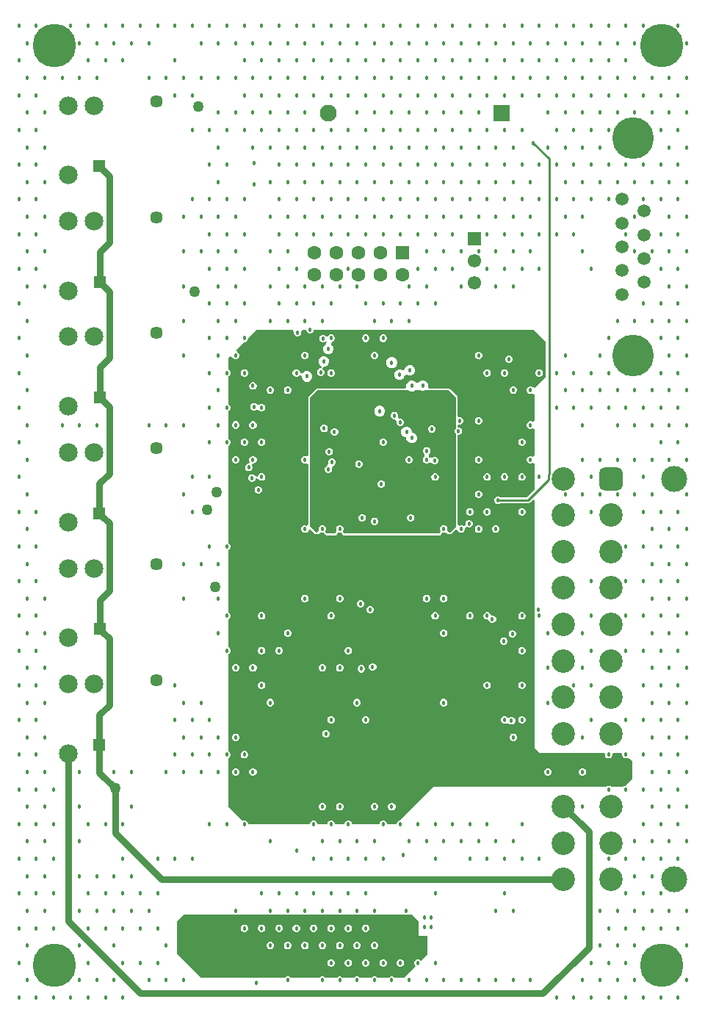
<source format=gbr>
%TF.GenerationSoftware,Altium Limited,Altium Designer,25.8.1 (18)*%
G04 Layer_Physical_Order=3*
G04 Layer_Color=36540*
%FSLAX45Y45*%
%MOMM*%
%TF.SameCoordinates,031978D1-9D18-463A-8735-F8186BF7E524*%
%TF.FilePolarity,Positive*%
%TF.FileFunction,Copper,L3,Inr,Signal*%
%TF.Part,Single*%
G01*
G75*
%TA.AperFunction,Conductor*%
%ADD49C,0.25400*%
%ADD52C,0.76200*%
%TA.AperFunction,ComponentPad*%
%ADD53C,1.45000*%
%ADD54C,2.15000*%
%ADD55R,1.45000X1.45000*%
%ADD56C,2.70000*%
G04:AMPARAMS|DCode=57|XSize=2.7mm|YSize=2.7mm|CornerRadius=0.675mm|HoleSize=0mm|Usage=FLASHONLY|Rotation=90.000|XOffset=0mm|YOffset=0mm|HoleType=Round|Shape=RoundedRectangle|*
%AMROUNDEDRECTD57*
21,1,2.70000,1.35000,0,0,90.0*
21,1,1.35000,2.70000,0,0,90.0*
1,1,1.35000,0.67500,0.67500*
1,1,1.35000,0.67500,-0.67500*
1,1,1.35000,-0.67500,-0.67500*
1,1,1.35000,-0.67500,0.67500*
%
%ADD57ROUNDEDRECTD57*%
%ADD58C,3.00000*%
%ADD59C,4.80000*%
%ADD60C,1.50000*%
%ADD61R,1.55000X1.55000*%
%ADD62C,1.95000*%
%ADD63C,1.60000*%
%ADD64C,1.55000*%
%ADD65R,1.60000X1.60000*%
%ADD66R,1.95000X1.95000*%
%TA.AperFunction,ViaPad*%
%ADD67C,0.45700*%
%ADD68C,1.27000*%
%ADD69C,5.00000*%
G36*
X4810000Y1080000D02*
Y910000D01*
X4910000D01*
Y700000D01*
X4835301Y625301D01*
X4824275Y636327D01*
X4808526Y642850D01*
X4791479D01*
X4775730Y636327D01*
X4763676Y624273D01*
X4757153Y608524D01*
Y591477D01*
X4763676Y575728D01*
X4774702Y564702D01*
X4640000Y430000D01*
X4530602D01*
X4524275Y436327D01*
X4508526Y442850D01*
X4491479D01*
X4475730Y436327D01*
X4469403Y430000D01*
X4330601D01*
X4324275Y436327D01*
X4308526Y442850D01*
X4291479D01*
X4275730Y436327D01*
X4269403Y430000D01*
X4130601D01*
X4124275Y436327D01*
X4108526Y442850D01*
X4091479D01*
X4075730Y436327D01*
X4069403Y430000D01*
X3930601D01*
X3924275Y436327D01*
X3908526Y442850D01*
X3891479D01*
X3875730Y436327D01*
X3869403Y430000D01*
X3730601D01*
X3724274Y436327D01*
X3708525Y442850D01*
X3691479D01*
X3675730Y436327D01*
X3669403Y430000D01*
X3330601D01*
X3324274Y436327D01*
X3308525Y442850D01*
X3291478D01*
X3275729Y436327D01*
X3269403Y430000D01*
X2300000D01*
X2020000Y710000D01*
Y1080000D01*
X2100000Y1160000D01*
X2684600D01*
X2691478Y1157151D01*
X2708525D01*
X2715403Y1160000D01*
X3084600D01*
X3091478Y1157151D01*
X3108525D01*
X3115403Y1160000D01*
X3284600D01*
X3291478Y1157151D01*
X3308525D01*
X3315404Y1160000D01*
X3484600D01*
X3491478Y1157151D01*
X3508525D01*
X3515404Y1160000D01*
X3684600D01*
X3691479Y1157151D01*
X3708525D01*
X3715404Y1160000D01*
X3884600D01*
X3891479Y1157151D01*
X3908526D01*
X3915404Y1160000D01*
X4084600D01*
X4091479Y1157151D01*
X4108526D01*
X4115404Y1160000D01*
X4284601D01*
X4291479Y1157151D01*
X4308526D01*
X4315404Y1160000D01*
X4652285D01*
X4660446Y1156619D01*
X4677493D01*
X4685654Y1160000D01*
X4730000D01*
X4810000Y1080000D01*
D02*
G37*
G36*
X6130000Y7900000D02*
X6270000Y7760000D01*
Y7350000D01*
X6156897Y7236896D01*
X6146641Y7230604D01*
X6126359Y7234247D01*
X6124276Y7236330D01*
X6108527Y7242854D01*
X6091480D01*
X6075731Y7236330D01*
X6063677Y7224276D01*
X6057153Y7208527D01*
Y7191480D01*
X6063677Y7175731D01*
X6075731Y7163678D01*
X6091480Y7157154D01*
X6108527D01*
X6124276Y7163678D01*
X6124600Y7164002D01*
X6150000Y7153480D01*
Y6846527D01*
X6124600Y6836006D01*
X6124276Y6836330D01*
X6108527Y6842853D01*
X6091480D01*
X6075731Y6836330D01*
X6063677Y6824276D01*
X6057153Y6808527D01*
Y6791480D01*
X6063677Y6775731D01*
X6075731Y6763677D01*
X6091480Y6757154D01*
X6108527D01*
X6124276Y6763677D01*
X6124600Y6764001D01*
X6150000Y6753480D01*
Y6446527D01*
X6124600Y6436006D01*
X6124276Y6436330D01*
X6108527Y6442853D01*
X6091480D01*
X6075731Y6436330D01*
X6063677Y6424276D01*
X6057153Y6408527D01*
Y6391480D01*
X6063677Y6375731D01*
X6075731Y6363677D01*
X6091480Y6357154D01*
X6108527D01*
X6124276Y6363677D01*
X6124600Y6364001D01*
X6150000Y6353480D01*
Y6057150D01*
X6056190Y5963341D01*
X5752808D01*
X5749822Y5966326D01*
X5734073Y5972850D01*
X5717026D01*
X5701277Y5966326D01*
X5689224Y5954273D01*
X5682700Y5938524D01*
Y5921477D01*
X5689224Y5905728D01*
X5701277Y5893674D01*
X5717026Y5887150D01*
X5734073D01*
X5749822Y5893674D01*
X5752808Y5896660D01*
X6070000D01*
X6082759Y5899197D01*
X6093575Y5906425D01*
X6126533Y5939383D01*
X6150000Y5929663D01*
Y4685403D01*
X6147150Y4678524D01*
Y4661477D01*
X6150000Y4654597D01*
Y3110000D01*
Y3080000D01*
X6210000Y3020000D01*
X6949486D01*
X6957154Y3008525D01*
Y2991478D01*
X6963677Y2975729D01*
X6975731Y2963675D01*
X6991480Y2957152D01*
X7008527D01*
X7024276Y2963675D01*
X7036330Y2975729D01*
X7042854Y2991478D01*
Y3008525D01*
X7050521Y3020000D01*
X7149487D01*
X7157154Y3008525D01*
Y2991478D01*
X7163678Y2975729D01*
X7175731Y2963675D01*
X7191480Y2957152D01*
X7208527D01*
X7224276Y2963675D01*
X7248245Y2951723D01*
X7270000Y2929968D01*
Y2720000D01*
X7192851Y2642851D01*
X7191480D01*
X7175731Y2636328D01*
X7169404Y2630000D01*
X7030604D01*
X7024276Y2636328D01*
X7008527Y2642851D01*
X6991480D01*
X6975731Y2636328D01*
X6969404Y2630000D01*
X4980000D01*
X4592851Y2242851D01*
X4591479D01*
X4575730Y2236328D01*
X4563676Y2224274D01*
X4557153Y2208525D01*
Y2207153D01*
X4550000Y2200000D01*
X4442852D01*
Y2208525D01*
X4436329Y2224274D01*
X4424275Y2236328D01*
X4408526Y2242851D01*
X4391479D01*
X4375730Y2236328D01*
X4363676Y2224274D01*
X4357153Y2208525D01*
Y2200000D01*
X4042852D01*
Y2208525D01*
X4036328Y2224274D01*
X4024275Y2236328D01*
X4008526Y2242851D01*
X3991479D01*
X3975730Y2236328D01*
X3963676Y2224274D01*
X3957152Y2208525D01*
Y2200000D01*
X3842852D01*
Y2208525D01*
X3836328Y2224274D01*
X3824275Y2236328D01*
X3808526Y2242851D01*
X3791479D01*
X3775730Y2236328D01*
X3763676Y2224274D01*
X3757152Y2208525D01*
Y2200000D01*
X3642852D01*
Y2208525D01*
X3636328Y2224274D01*
X3624274Y2236328D01*
X3608525Y2242851D01*
X3591478D01*
X3575729Y2236328D01*
X3563676Y2224274D01*
X3557152Y2208525D01*
Y2200000D01*
X2842851D01*
Y2208525D01*
X2836328Y2224274D01*
X2824274Y2236328D01*
X2808525Y2242851D01*
X2791478D01*
X2781346Y2238654D01*
X2620000Y2400000D01*
Y2961905D01*
X2624274Y2963675D01*
X2636328Y2975729D01*
X2642851Y2991478D01*
Y3008525D01*
X2636328Y3024274D01*
X2624274Y3036328D01*
X2620000Y3038098D01*
Y4161906D01*
X2624274Y4163676D01*
X2636328Y4175730D01*
X2642851Y4191479D01*
Y4208526D01*
X2636328Y4224275D01*
X2624274Y4236329D01*
X2620000Y4238099D01*
Y4561906D01*
X2624274Y4563676D01*
X2636328Y4575730D01*
X2642851Y4591479D01*
Y4608526D01*
X2636328Y4624275D01*
X2624274Y4636329D01*
X2620000Y4638099D01*
Y5361906D01*
X2624274Y5363677D01*
X2636328Y5375730D01*
X2642851Y5391479D01*
Y5408526D01*
X2636328Y5424275D01*
X2624274Y5436329D01*
X2620000Y5438100D01*
Y6561907D01*
X2624274Y6563677D01*
X2636328Y6575731D01*
X2642851Y6591480D01*
Y6608527D01*
X2636328Y6624276D01*
X2624274Y6636330D01*
X2620000Y6638100D01*
Y6961907D01*
X2624274Y6963677D01*
X2636328Y6975731D01*
X2642851Y6991480D01*
Y7008527D01*
X2636328Y7024276D01*
X2624274Y7036330D01*
X2620000Y7038100D01*
Y7361907D01*
X2624274Y7363678D01*
X2636328Y7375732D01*
X2642851Y7391481D01*
Y7408527D01*
X2636328Y7424276D01*
X2624274Y7436330D01*
X2620000Y7438101D01*
Y7571252D01*
X2635639Y7587776D01*
X2636687Y7588464D01*
X2661782Y7580301D01*
X2663675Y7575732D01*
X2675729Y7563678D01*
X2691478Y7557154D01*
X2708525D01*
X2724274Y7563678D01*
X2736328Y7575732D01*
X2742851Y7591481D01*
Y7608528D01*
X2736328Y7624277D01*
X2724274Y7636330D01*
X2715773Y7639852D01*
X2708335Y7660680D01*
X2708254Y7668254D01*
X2797154Y7757154D01*
X2808525D01*
X2824274Y7763678D01*
X2836328Y7775732D01*
X2842851Y7791481D01*
Y7802851D01*
X2940000Y7900000D01*
X3357606D01*
X3373789Y7874600D01*
X3373203Y7873185D01*
Y7856138D01*
X3379727Y7840389D01*
X3391780Y7828335D01*
X3407529Y7821811D01*
X3424576D01*
X3440325Y7828335D01*
X3452379Y7840389D01*
X3458903Y7856138D01*
Y7873185D01*
X3458316Y7874600D01*
X3474500Y7900000D01*
X3517150D01*
Y7891476D01*
X3523674Y7875727D01*
X3535727Y7863674D01*
X3551477Y7857150D01*
X3568523D01*
X3584272Y7863674D01*
X3596326Y7875727D01*
X3602850Y7891476D01*
Y7900000D01*
X5370000D01*
X6130000Y7900000D01*
D02*
G37*
%LPC*%
G36*
X4208526Y1042850D02*
X4191479D01*
X4175730Y1036327D01*
X4163676Y1024273D01*
X4157152Y1008524D01*
Y991477D01*
X4163676Y975728D01*
X4175730Y963674D01*
X4191479Y957151D01*
X4208526D01*
X4224275Y963674D01*
X4236329Y975728D01*
X4242852Y991477D01*
Y1008524D01*
X4236329Y1024273D01*
X4224275Y1036327D01*
X4208526Y1042850D01*
D02*
G37*
G36*
X4008526D02*
X3991479D01*
X3975730Y1036327D01*
X3963676Y1024273D01*
X3957152Y1008524D01*
Y991477D01*
X3963676Y975728D01*
X3975730Y963674D01*
X3991479Y957151D01*
X4008526D01*
X4024275Y963674D01*
X4036328Y975728D01*
X4042852Y991477D01*
Y1008524D01*
X4036328Y1024273D01*
X4024275Y1036327D01*
X4008526Y1042850D01*
D02*
G37*
G36*
X3808526D02*
X3791479D01*
X3775730Y1036327D01*
X3763676Y1024273D01*
X3757152Y1008524D01*
Y991477D01*
X3763676Y975728D01*
X3775730Y963674D01*
X3791479Y957151D01*
X3808526D01*
X3824275Y963674D01*
X3836328Y975728D01*
X3842852Y991477D01*
Y1008524D01*
X3836328Y1024273D01*
X3824275Y1036327D01*
X3808526Y1042850D01*
D02*
G37*
G36*
X3608525D02*
X3591478D01*
X3575729Y1036327D01*
X3563676Y1024273D01*
X3557152Y1008524D01*
Y991477D01*
X3563676Y975728D01*
X3575729Y963674D01*
X3591478Y957151D01*
X3608525D01*
X3624274Y963674D01*
X3636328Y975728D01*
X3642852Y991477D01*
Y1008524D01*
X3636328Y1024273D01*
X3624274Y1036327D01*
X3608525Y1042850D01*
D02*
G37*
G36*
X3408525D02*
X3391478D01*
X3375729Y1036327D01*
X3363676Y1024273D01*
X3357152Y1008524D01*
Y991477D01*
X3363676Y975728D01*
X3375729Y963674D01*
X3391478Y957151D01*
X3408525D01*
X3424274Y963674D01*
X3436328Y975728D01*
X3442852Y991477D01*
Y1008524D01*
X3436328Y1024273D01*
X3424274Y1036327D01*
X3408525Y1042850D01*
D02*
G37*
G36*
X3208525D02*
X3191478D01*
X3175729Y1036327D01*
X3163675Y1024273D01*
X3157152Y1008524D01*
Y991477D01*
X3163675Y975728D01*
X3175729Y963674D01*
X3191478Y957151D01*
X3208525D01*
X3224274Y963674D01*
X3236328Y975728D01*
X3242852Y991477D01*
Y1008524D01*
X3236328Y1024273D01*
X3224274Y1036327D01*
X3208525Y1042850D01*
D02*
G37*
G36*
X3008525D02*
X2991478D01*
X2975729Y1036327D01*
X2963675Y1024273D01*
X2957152Y1008524D01*
Y991477D01*
X2963675Y975728D01*
X2975729Y963674D01*
X2991478Y957151D01*
X3008525D01*
X3024274Y963674D01*
X3036328Y975728D01*
X3042851Y991477D01*
Y1008524D01*
X3036328Y1024273D01*
X3024274Y1036327D01*
X3008525Y1042850D01*
D02*
G37*
G36*
X2808525D02*
X2791478D01*
X2775729Y1036327D01*
X2763675Y1024273D01*
X2757152Y1008524D01*
Y991477D01*
X2763675Y975728D01*
X2775729Y963674D01*
X2791478Y957151D01*
X2808525D01*
X2824274Y963674D01*
X2836328Y975728D01*
X2842851Y991477D01*
Y1008524D01*
X2836328Y1024273D01*
X2824274Y1036327D01*
X2808525Y1042850D01*
D02*
G37*
G36*
X4308526Y842850D02*
X4291479D01*
X4275730Y836327D01*
X4263676Y824273D01*
X4257153Y808524D01*
Y791477D01*
X4263676Y775728D01*
X4275730Y763674D01*
X4291479Y757151D01*
X4308526D01*
X4324275Y763674D01*
X4336329Y775728D01*
X4342852Y791477D01*
Y808524D01*
X4336329Y824273D01*
X4324275Y836327D01*
X4308526Y842850D01*
D02*
G37*
G36*
X4108526D02*
X4091479D01*
X4075730Y836327D01*
X4063676Y824273D01*
X4057152Y808524D01*
Y791477D01*
X4063676Y775728D01*
X4075730Y763674D01*
X4091479Y757151D01*
X4108526D01*
X4124275Y763674D01*
X4136329Y775728D01*
X4142852Y791477D01*
Y808524D01*
X4136329Y824273D01*
X4124275Y836327D01*
X4108526Y842850D01*
D02*
G37*
G36*
X3908526D02*
X3891479D01*
X3875730Y836327D01*
X3863676Y824273D01*
X3857152Y808524D01*
Y791477D01*
X3863676Y775728D01*
X3875730Y763674D01*
X3891479Y757151D01*
X3908526D01*
X3924275Y763674D01*
X3936328Y775728D01*
X3942852Y791477D01*
Y808524D01*
X3936328Y824273D01*
X3924275Y836327D01*
X3908526Y842850D01*
D02*
G37*
G36*
X3708525D02*
X3691479D01*
X3675730Y836327D01*
X3663676Y824273D01*
X3657152Y808524D01*
Y791477D01*
X3663676Y775728D01*
X3675730Y763674D01*
X3691479Y757151D01*
X3708525D01*
X3724274Y763674D01*
X3736328Y775728D01*
X3742852Y791477D01*
Y808524D01*
X3736328Y824273D01*
X3724274Y836327D01*
X3708525Y842850D01*
D02*
G37*
G36*
X3508525D02*
X3491478D01*
X3475729Y836327D01*
X3463676Y824273D01*
X3457152Y808524D01*
Y791477D01*
X3463676Y775728D01*
X3475729Y763674D01*
X3491478Y757151D01*
X3508525D01*
X3524274Y763674D01*
X3536328Y775728D01*
X3542852Y791477D01*
Y808524D01*
X3536328Y824273D01*
X3524274Y836327D01*
X3508525Y842850D01*
D02*
G37*
G36*
X3308525D02*
X3291478D01*
X3275729Y836327D01*
X3263675Y824273D01*
X3257152Y808524D01*
Y791477D01*
X3263675Y775728D01*
X3275729Y763674D01*
X3291478Y757151D01*
X3308525D01*
X3324274Y763674D01*
X3336328Y775728D01*
X3342852Y791477D01*
Y808524D01*
X3336328Y824273D01*
X3324274Y836327D01*
X3308525Y842850D01*
D02*
G37*
G36*
X3108525D02*
X3091478D01*
X3075729Y836327D01*
X3063675Y824273D01*
X3057152Y808524D01*
Y791477D01*
X3063675Y775728D01*
X3075729Y763674D01*
X3091478Y757151D01*
X3108525D01*
X3124274Y763674D01*
X3136328Y775728D01*
X3142851Y791477D01*
Y808524D01*
X3136328Y824273D01*
X3124274Y836327D01*
X3108525Y842850D01*
D02*
G37*
G36*
X4608526Y642850D02*
X4591479D01*
X4575730Y636327D01*
X4563676Y624273D01*
X4557153Y608524D01*
Y591477D01*
X4563676Y575728D01*
X4575730Y563674D01*
X4591479Y557151D01*
X4608526D01*
X4624275Y563674D01*
X4636329Y575728D01*
X4642852Y591477D01*
Y608524D01*
X4636329Y624273D01*
X4624275Y636327D01*
X4608526Y642850D01*
D02*
G37*
G36*
X4408526D02*
X4391479D01*
X4375730Y636327D01*
X4363676Y624273D01*
X4357153Y608524D01*
Y591477D01*
X4363676Y575728D01*
X4375730Y563674D01*
X4391479Y557151D01*
X4408526D01*
X4424275Y563674D01*
X4436329Y575728D01*
X4442852Y591477D01*
Y608524D01*
X4436329Y624273D01*
X4424275Y636327D01*
X4408526Y642850D01*
D02*
G37*
G36*
X4208526D02*
X4191479D01*
X4175730Y636327D01*
X4163676Y624273D01*
X4157152Y608524D01*
Y591477D01*
X4163676Y575728D01*
X4175730Y563674D01*
X4191479Y557151D01*
X4208526D01*
X4224275Y563674D01*
X4236329Y575728D01*
X4242852Y591477D01*
Y608524D01*
X4236329Y624273D01*
X4224275Y636327D01*
X4208526Y642850D01*
D02*
G37*
G36*
X4008526D02*
X3991479D01*
X3975730Y636327D01*
X3963676Y624273D01*
X3957152Y608524D01*
Y591477D01*
X3963676Y575728D01*
X3975730Y563674D01*
X3991479Y557151D01*
X4008526D01*
X4024275Y563674D01*
X4036328Y575728D01*
X4042852Y591477D01*
Y608524D01*
X4036328Y624273D01*
X4024275Y636327D01*
X4008526Y642850D01*
D02*
G37*
G36*
X3808526D02*
X3791479D01*
X3775730Y636327D01*
X3763676Y624273D01*
X3757152Y608524D01*
Y591477D01*
X3763676Y575728D01*
X3775730Y563674D01*
X3791479Y557151D01*
X3808526D01*
X3824275Y563674D01*
X3836328Y575728D01*
X3842852Y591477D01*
Y608524D01*
X3836328Y624273D01*
X3824275Y636327D01*
X3808526Y642850D01*
D02*
G37*
G36*
Y7842854D02*
X3791479D01*
X3775730Y7836331D01*
X3766492Y7827093D01*
X3758507Y7824391D01*
X3736433Y7824880D01*
X3730325Y7830987D01*
X3714576Y7837511D01*
X3697529D01*
X3681780Y7830987D01*
X3669726Y7818934D01*
X3663203Y7803185D01*
Y7786138D01*
X3669726Y7770389D01*
X3681780Y7758335D01*
X3697529Y7751811D01*
X3714576D01*
X3730325Y7758335D01*
X3734070Y7762079D01*
X3754841Y7758216D01*
X3743265Y7734897D01*
X3735475Y7731671D01*
X3718329Y7714525D01*
X3709050Y7692124D01*
Y7667876D01*
X3718329Y7645475D01*
X3735475Y7628329D01*
X3757876Y7619050D01*
X3782124D01*
X3804525Y7628329D01*
X3821671Y7645475D01*
X3830950Y7667876D01*
Y7692124D01*
X3821671Y7714525D01*
X3804525Y7731671D01*
X3804323Y7731754D01*
X3808267Y7755592D01*
X3808950Y7757330D01*
X3824275Y7763678D01*
X3836328Y7775732D01*
X3842852Y7791481D01*
Y7808528D01*
X3836328Y7824277D01*
X3824275Y7836331D01*
X3808526Y7842854D01*
D02*
G37*
G36*
X4408526D02*
X4391479D01*
X4375730Y7836331D01*
X4363676Y7824277D01*
X4357153Y7808528D01*
Y7791481D01*
X4363676Y7775732D01*
X4375730Y7763678D01*
X4391479Y7757154D01*
X4408526D01*
X4424275Y7763678D01*
X4436329Y7775732D01*
X4442852Y7791481D01*
Y7808528D01*
X4436329Y7824277D01*
X4424275Y7836331D01*
X4408526Y7842854D01*
D02*
G37*
G36*
X4208526D02*
X4191479D01*
X4175730Y7836331D01*
X4163676Y7824277D01*
X4157152Y7808528D01*
Y7791481D01*
X4163676Y7775732D01*
X4175730Y7763678D01*
X4191479Y7757154D01*
X4208526D01*
X4224275Y7763678D01*
X4236329Y7775732D01*
X4242852Y7791481D01*
Y7808528D01*
X4236329Y7824277D01*
X4224275Y7836331D01*
X4208526Y7842854D01*
D02*
G37*
G36*
X5508526Y7642854D02*
X5491479D01*
X5475730Y7636330D01*
X5463677Y7624277D01*
X5457153Y7608528D01*
Y7591481D01*
X5463677Y7575732D01*
X5475730Y7563678D01*
X5491479Y7557154D01*
X5508526D01*
X5524275Y7563678D01*
X5536329Y7575732D01*
X5542853Y7591481D01*
Y7608528D01*
X5536329Y7624277D01*
X5524275Y7636330D01*
X5508526Y7642854D01*
D02*
G37*
G36*
X4308526D02*
X4291479D01*
X4275730Y7636330D01*
X4263676Y7624277D01*
X4257153Y7608528D01*
Y7591481D01*
X4263676Y7575732D01*
X4275730Y7563678D01*
X4291479Y7557154D01*
X4308526D01*
X4324275Y7563678D01*
X4336329Y7575732D01*
X4342852Y7591481D01*
Y7608528D01*
X4336329Y7624277D01*
X4324275Y7636330D01*
X4308526Y7642854D01*
D02*
G37*
G36*
X3508525D02*
X3491478D01*
X3475729Y7636330D01*
X3463676Y7624277D01*
X3457152Y7608528D01*
Y7591481D01*
X3463676Y7575732D01*
X3475729Y7563678D01*
X3491478Y7557154D01*
X3508525D01*
X3524274Y7563678D01*
X3536328Y7575732D01*
X3542852Y7591481D01*
Y7608528D01*
X3536328Y7624277D01*
X3524274Y7636330D01*
X3508525Y7642854D01*
D02*
G37*
G36*
X5858523Y7602850D02*
X5841477D01*
X5825727Y7596326D01*
X5813674Y7584273D01*
X5807150Y7568524D01*
Y7551477D01*
X5813674Y7535728D01*
X5825727Y7523674D01*
X5841477Y7517150D01*
X5858523D01*
X5874272Y7523674D01*
X5886326Y7535728D01*
X5892850Y7551477D01*
Y7568524D01*
X5886326Y7584273D01*
X5874272Y7596326D01*
X5858523Y7602850D01*
D02*
G37*
G36*
X4512124Y7580950D02*
X4487876D01*
X4465475Y7571671D01*
X4448329Y7554525D01*
X4439050Y7532124D01*
Y7507876D01*
X4448329Y7485475D01*
X4465475Y7468329D01*
X4487876Y7459050D01*
X4512124D01*
X4534525Y7468329D01*
X4551671Y7485475D01*
X4560950Y7507876D01*
Y7532124D01*
X4551671Y7554525D01*
X4534525Y7571671D01*
X4512124Y7580950D01*
D02*
G37*
G36*
X3728176Y7595611D02*
X3703929D01*
X3681528Y7586332D01*
X3664382Y7569186D01*
X3655103Y7546785D01*
Y7522537D01*
X3664382Y7500136D01*
X3681528Y7482990D01*
X3686415Y7480966D01*
X3693998Y7466944D01*
X3690100Y7456909D01*
X3674914Y7452850D01*
X3688523Y7452850D01*
Y7452850D01*
X3671479Y7452850D01*
X3671477Y7452850D01*
X3671284Y7452770D01*
X3655728Y7446326D01*
X3643674Y7434272D01*
X3637150Y7418523D01*
Y7401476D01*
X3643674Y7385727D01*
X3655728Y7373674D01*
X3671477Y7367150D01*
X3688523D01*
X3704272Y7373674D01*
X3716326Y7385727D01*
X3722850Y7401476D01*
Y7418523D01*
X3716326Y7434272D01*
X3704273Y7446326D01*
X3703191Y7448617D01*
X3717053Y7473711D01*
X3728176Y7473711D01*
X3750578Y7482990D01*
X3767723Y7500136D01*
X3777003Y7522537D01*
Y7546785D01*
X3767723Y7569186D01*
X3750578Y7586332D01*
X3728176Y7595611D01*
D02*
G37*
G36*
X4722124Y7490950D02*
X4697876D01*
X4675475Y7481671D01*
X4658329Y7464525D01*
X4649050Y7442124D01*
X4625434Y7431671D01*
X4603033Y7440950D01*
X4578786D01*
X4556384Y7431671D01*
X4539239Y7414525D01*
X4529959Y7392124D01*
Y7367876D01*
X4539239Y7345475D01*
X4556384Y7328329D01*
X4578786Y7319050D01*
X4603033D01*
X4625434Y7328329D01*
X4642580Y7345475D01*
X4651859Y7367876D01*
X4675475Y7378329D01*
X4697876Y7369050D01*
X4722124D01*
X4744525Y7378329D01*
X4761671Y7395475D01*
X4770950Y7417876D01*
Y7442124D01*
X4761671Y7464525D01*
X4744525Y7481671D01*
X4722124Y7490950D01*
D02*
G37*
G36*
X6208527Y7442854D02*
X6191480D01*
X6175731Y7436330D01*
X6163677Y7424276D01*
X6157154Y7408527D01*
Y7391481D01*
X6163677Y7375732D01*
X6175731Y7363678D01*
X6191480Y7357154D01*
X6208527D01*
X6224276Y7363678D01*
X6236330Y7375732D01*
X6242853Y7391481D01*
Y7408527D01*
X6236330Y7424276D01*
X6224276Y7436330D01*
X6208527Y7442854D01*
D02*
G37*
G36*
X5808527D02*
X5791480D01*
X5775731Y7436330D01*
X5763677Y7424276D01*
X5757153Y7408527D01*
Y7391481D01*
X5763677Y7375732D01*
X5775731Y7363678D01*
X5791480Y7357154D01*
X5808527D01*
X5824276Y7363678D01*
X5836329Y7375732D01*
X5842853Y7391481D01*
Y7408527D01*
X5836329Y7424276D01*
X5824276Y7436330D01*
X5808527Y7442854D01*
D02*
G37*
G36*
X5608527D02*
X5591480D01*
X5575731Y7436330D01*
X5563677Y7424276D01*
X5557153Y7408527D01*
Y7391481D01*
X5563677Y7375732D01*
X5575731Y7363678D01*
X5591480Y7357154D01*
X5608527D01*
X5624276Y7363678D01*
X5636329Y7375732D01*
X5642853Y7391481D01*
Y7408527D01*
X5636329Y7424276D01*
X5624276Y7436330D01*
X5608527Y7442854D01*
D02*
G37*
G36*
X3808526D02*
X3791479D01*
X3775730Y7436330D01*
X3763676Y7424276D01*
X3757152Y7408527D01*
Y7391481D01*
X3763676Y7375732D01*
X3775730Y7363678D01*
X3791479Y7357154D01*
X3808526D01*
X3824275Y7363678D01*
X3836328Y7375732D01*
X3842852Y7391481D01*
Y7408527D01*
X3836328Y7424276D01*
X3824275Y7436330D01*
X3808526Y7442854D01*
D02*
G37*
G36*
X2808525D02*
X2791478D01*
X2775729Y7436330D01*
X2763675Y7424276D01*
X2757152Y7408527D01*
Y7391481D01*
X2763675Y7375732D01*
X2775729Y7363678D01*
X2791478Y7357154D01*
X2808525D01*
X2824274Y7363678D01*
X2836328Y7375732D01*
X2842851Y7391481D01*
Y7408527D01*
X2836328Y7424276D01*
X2824274Y7436330D01*
X2808525Y7442854D01*
D02*
G37*
G36*
X3408525D02*
X3391478D01*
X3375729Y7436330D01*
X3363676Y7424276D01*
X3357152Y7408527D01*
Y7391481D01*
X3363676Y7375732D01*
X3375729Y7363678D01*
X3391478Y7357154D01*
X3408525D01*
X3424274Y7363678D01*
X3434308Y7373711D01*
X3444812Y7371824D01*
X3459050Y7365267D01*
Y7347876D01*
X3468329Y7325475D01*
X3485475Y7308329D01*
X3507876Y7299050D01*
X3532124D01*
X3554525Y7308329D01*
X3571671Y7325475D01*
X3580950Y7347876D01*
Y7372124D01*
X3571671Y7394525D01*
X3554525Y7411671D01*
X3532124Y7420950D01*
X3507876D01*
X3485475Y7411671D01*
X3468329Y7394525D01*
X3468252Y7394338D01*
X3442852Y7399390D01*
Y7408527D01*
X3436328Y7424276D01*
X3424274Y7436330D01*
X3408525Y7442854D01*
D02*
G37*
G36*
X4868176Y7315611D02*
X4843929D01*
X4821528Y7306332D01*
X4806398Y7291202D01*
X4798995Y7289203D01*
X4776924Y7289271D01*
X4764525Y7301671D01*
X4742124Y7310950D01*
X4717876D01*
X4695475Y7301671D01*
X4678329Y7284525D01*
X4669050Y7262124D01*
Y7237877D01*
X4657367Y7220392D01*
X3640001D01*
X3640000Y7220392D01*
X3632196Y7218840D01*
X3625581Y7214419D01*
X3625580Y7214419D01*
X3545580Y7134419D01*
X3541160Y7127803D01*
X3539608Y7120000D01*
Y6455379D01*
X3537909Y6453268D01*
X3514208Y6440499D01*
X3508525Y6442853D01*
X3491478D01*
X3475729Y6436330D01*
X3463676Y6424276D01*
X3457152Y6408527D01*
Y6391480D01*
X3463676Y6375731D01*
X3475729Y6363677D01*
X3491478Y6357154D01*
X3508525D01*
X3514208Y6359507D01*
X3537909Y6346739D01*
X3539608Y6344628D01*
Y5655378D01*
X3537909Y5653267D01*
X3514208Y5640499D01*
X3508525Y5642853D01*
X3491478D01*
X3475729Y5636329D01*
X3463676Y5624276D01*
X3457152Y5608527D01*
Y5591480D01*
X3463676Y5575731D01*
X3475729Y5563677D01*
X3491478Y5557153D01*
X3508525D01*
X3524274Y5563677D01*
X3536328Y5575731D01*
X3540189Y5585051D01*
X3559905Y5592439D01*
X3568252Y5592910D01*
X3615676Y5545486D01*
X3616968Y5544622D01*
X3618015Y5543476D01*
X3620244Y5542433D01*
X3622291Y5541065D01*
X3623815Y5540762D01*
X3625222Y5540104D01*
X3627681Y5539993D01*
X3630095Y5539513D01*
X3631618Y5539816D01*
X3633171Y5539746D01*
X3647030Y5541861D01*
X3647649Y5542085D01*
X3648306Y5542097D01*
X3649674Y5542694D01*
X3650321Y5542763D01*
X3651928Y5543636D01*
X3654511Y5544572D01*
X3654996Y5545016D01*
X3655599Y5545279D01*
X3655907Y5545493D01*
X3656526Y5546136D01*
X3657311Y5546563D01*
X3662903Y5551759D01*
X3685079Y5559804D01*
X3691479Y5557153D01*
X3708525D01*
X3719586Y5561735D01*
X3727679Y5542196D01*
X3732100Y5535581D01*
X3738715Y5531160D01*
X3746519Y5529608D01*
X3853485D01*
X3861289Y5531160D01*
X3867904Y5535581D01*
X3872325Y5542196D01*
X3880418Y5561735D01*
X3891479Y5557153D01*
X3908526D01*
X3919587Y5561735D01*
X3927679Y5542196D01*
X3932100Y5535581D01*
X3938716Y5531160D01*
X3946519Y5529608D01*
X5053486D01*
X5061289Y5531160D01*
X5067905Y5535581D01*
X5072325Y5542196D01*
X5080419Y5561735D01*
X5091479Y5557153D01*
X5108526D01*
X5114931Y5559806D01*
X5137115Y5551751D01*
X5142699Y5546565D01*
X5143488Y5546136D01*
X5144112Y5545489D01*
X5144417Y5545277D01*
X5145014Y5545017D01*
X5145495Y5544578D01*
X5148074Y5543643D01*
X5149689Y5542765D01*
X5150344Y5542695D01*
X5151712Y5542100D01*
X5152362Y5542088D01*
X5152974Y5541866D01*
X5166831Y5539750D01*
X5168384Y5539820D01*
X5169908Y5539517D01*
X5172321Y5539997D01*
X5174780Y5540107D01*
X5176188Y5540766D01*
X5177712Y5541069D01*
X5179757Y5542435D01*
X5181987Y5543479D01*
X5183036Y5544626D01*
X5184327Y5545490D01*
X5231753Y5592914D01*
X5240103Y5592442D01*
X5259814Y5585054D01*
X5263677Y5575731D01*
X5275730Y5563677D01*
X5291479Y5557153D01*
X5308526D01*
X5324275Y5563677D01*
X5336329Y5575731D01*
X5342853Y5591480D01*
Y5608527D01*
X5341367Y5612113D01*
X5362900Y5626501D01*
X5365727Y5623674D01*
X5381476Y5617150D01*
X5398523D01*
X5414272Y5623674D01*
X5426326Y5635728D01*
X5432850Y5651477D01*
Y5668524D01*
X5426326Y5684273D01*
X5414272Y5696326D01*
X5398523Y5702850D01*
X5381476D01*
X5365727Y5696326D01*
X5353674Y5684273D01*
X5347150Y5668524D01*
Y5651477D01*
X5348636Y5647890D01*
X5327103Y5633502D01*
X5324275Y5636329D01*
X5308526Y5642853D01*
X5291479D01*
X5285792Y5640497D01*
X5262096Y5653260D01*
X5260392Y5655376D01*
Y6686425D01*
X5261477Y6687150D01*
X5278523D01*
X5294272Y6693674D01*
X5306326Y6705728D01*
X5312850Y6721477D01*
Y6738523D01*
X5306326Y6754272D01*
X5294272Y6766326D01*
X5278523Y6772850D01*
X5261477D01*
X5260392Y6773575D01*
Y6799743D01*
X5271477Y6807150D01*
X5288524D01*
X5304273Y6813674D01*
X5316326Y6825728D01*
X5322850Y6841477D01*
Y6858523D01*
X5316326Y6874273D01*
X5304273Y6886326D01*
X5288524Y6892850D01*
X5271477D01*
X5260392Y6900257D01*
Y7120000D01*
X5258840Y7127804D01*
X5254419Y7134419D01*
X5174419Y7214419D01*
X5167803Y7218840D01*
X5160000Y7220392D01*
X4930689D01*
X4916578Y7241512D01*
X4917003Y7242537D01*
Y7266785D01*
X4907723Y7289186D01*
X4890578Y7306332D01*
X4868176Y7315611D01*
D02*
G37*
G36*
X2908524Y7292850D02*
X2891477D01*
X2875728Y7286326D01*
X2863674Y7274272D01*
X2857150Y7258523D01*
Y7241477D01*
X2863674Y7225727D01*
X2875728Y7213674D01*
X2891477Y7207150D01*
X2908524D01*
X2924273Y7213674D01*
X2936326Y7225727D01*
X2942850Y7241477D01*
Y7258523D01*
X2936326Y7274272D01*
X2924273Y7286326D01*
X2908524Y7292850D01*
D02*
G37*
G36*
X5908527Y7242854D02*
X5891480D01*
X5875731Y7236330D01*
X5863677Y7224276D01*
X5857153Y7208527D01*
Y7191480D01*
X5863677Y7175731D01*
X5875731Y7163678D01*
X5891480Y7157154D01*
X5908527D01*
X5924276Y7163678D01*
X5936330Y7175731D01*
X5942853Y7191480D01*
Y7208527D01*
X5936330Y7224276D01*
X5924276Y7236330D01*
X5908527Y7242854D01*
D02*
G37*
G36*
X3308525D02*
X3291478D01*
X3275729Y7236330D01*
X3263675Y7224276D01*
X3257152Y7208527D01*
Y7191480D01*
X3263675Y7175731D01*
X3275729Y7163678D01*
X3291478Y7157154D01*
X3308525D01*
X3324274Y7163678D01*
X3336328Y7175731D01*
X3342852Y7191480D01*
Y7208527D01*
X3336328Y7224276D01*
X3324274Y7236330D01*
X3308525Y7242854D01*
D02*
G37*
G36*
X3108525D02*
X3091478D01*
X3075729Y7236330D01*
X3063675Y7224276D01*
X3057152Y7208527D01*
Y7191480D01*
X3063675Y7175731D01*
X3075729Y7163678D01*
X3091478Y7157154D01*
X3108525D01*
X3124274Y7163678D01*
X3136328Y7175731D01*
X3142851Y7191480D01*
Y7208527D01*
X3136328Y7224276D01*
X3124274Y7236330D01*
X3108525Y7242854D01*
D02*
G37*
G36*
X2918523Y7052850D02*
X2901477D01*
X2885728Y7046326D01*
X2873674Y7034272D01*
X2867150Y7018523D01*
Y7001476D01*
X2873674Y6985727D01*
X2885728Y6973674D01*
X2901477Y6967150D01*
X2918523D01*
X2934273Y6973674D01*
X2936226Y6975627D01*
X2962023Y6975725D01*
X2966596Y6972810D01*
X2975729Y6963677D01*
X2991478Y6957154D01*
X3008525D01*
X3024274Y6963677D01*
X3036328Y6975731D01*
X3042851Y6991480D01*
Y7008527D01*
X3036328Y7024276D01*
X3024274Y7036330D01*
X3008525Y7042854D01*
X2991478D01*
X2975729Y7036330D01*
X2973776Y7034377D01*
X2947979Y7034279D01*
X2943405Y7037193D01*
X2934273Y7046326D01*
X2918523Y7052850D01*
D02*
G37*
G36*
X5508523Y6892850D02*
X5491476D01*
X5475727Y6886326D01*
X5463674Y6874273D01*
X5457150Y6858523D01*
Y6841477D01*
X5463674Y6825728D01*
X5475727Y6813674D01*
X5491476Y6807150D01*
X5508523D01*
X5524272Y6813674D01*
X5536326Y6825728D01*
X5542850Y6841477D01*
Y6858523D01*
X5536326Y6874273D01*
X5524272Y6886326D01*
X5508523Y6892850D01*
D02*
G37*
G36*
X2908525Y6842853D02*
X2891478D01*
X2875729Y6836330D01*
X2863675Y6824276D01*
X2857152Y6808527D01*
Y6791480D01*
X2863675Y6775731D01*
X2875729Y6763677D01*
X2891478Y6757154D01*
X2908525D01*
X2924274Y6763677D01*
X2936328Y6775731D01*
X2942851Y6791480D01*
Y6808527D01*
X2936328Y6824276D01*
X2924274Y6836330D01*
X2908525Y6842853D01*
D02*
G37*
G36*
X2708525D02*
X2691478D01*
X2675729Y6836330D01*
X2663675Y6824276D01*
X2657152Y6808527D01*
Y6791480D01*
X2663675Y6775731D01*
X2675729Y6763677D01*
X2691478Y6757154D01*
X2708525D01*
X2724274Y6763677D01*
X2736328Y6775731D01*
X2742851Y6791480D01*
Y6808527D01*
X2736328Y6824276D01*
X2724274Y6836330D01*
X2708525Y6842853D01*
D02*
G37*
G36*
X6008527Y6642853D02*
X5991480D01*
X5975731Y6636330D01*
X5963677Y6624276D01*
X5957153Y6608527D01*
Y6591480D01*
X5963677Y6575731D01*
X5975731Y6563677D01*
X5991480Y6557154D01*
X6008527D01*
X6024276Y6563677D01*
X6036330Y6575731D01*
X6042853Y6591480D01*
Y6608527D01*
X6036330Y6624276D01*
X6024276Y6636330D01*
X6008527Y6642853D01*
D02*
G37*
G36*
X3008525D02*
X2991478D01*
X2975729Y6636330D01*
X2963675Y6624276D01*
X2957152Y6608527D01*
Y6591480D01*
X2963675Y6575731D01*
X2975729Y6563677D01*
X2991478Y6557154D01*
X3008525D01*
X3024274Y6563677D01*
X3036328Y6575731D01*
X3042851Y6591480D01*
Y6608527D01*
X3036328Y6624276D01*
X3024274Y6636330D01*
X3008525Y6642853D01*
D02*
G37*
G36*
X2808525D02*
X2791478D01*
X2775729Y6636330D01*
X2763675Y6624276D01*
X2757152Y6608527D01*
Y6591480D01*
X2763675Y6575731D01*
X2775729Y6563677D01*
X2791478Y6557154D01*
X2808525D01*
X2824274Y6563677D01*
X2836328Y6575731D01*
X2842851Y6591480D01*
Y6608527D01*
X2836328Y6624276D01*
X2824274Y6636330D01*
X2808525Y6642853D01*
D02*
G37*
G36*
X5508526Y6442853D02*
X5491479D01*
X5475730Y6436330D01*
X5463677Y6424276D01*
X5457153Y6408527D01*
Y6391480D01*
X5463677Y6375731D01*
X5475730Y6363677D01*
X5491479Y6357154D01*
X5508526D01*
X5524275Y6363677D01*
X5536329Y6375731D01*
X5542853Y6391480D01*
Y6408527D01*
X5536329Y6424276D01*
X5524275Y6436330D01*
X5508526Y6442853D01*
D02*
G37*
G36*
X2708525D02*
X2691478D01*
X2675729Y6436330D01*
X2663675Y6424276D01*
X2657152Y6408527D01*
Y6391480D01*
X2663675Y6375731D01*
X2675729Y6363677D01*
X2691478Y6357154D01*
X2708525D01*
X2724274Y6363677D01*
X2736328Y6375731D01*
X2742851Y6391480D01*
Y6408527D01*
X2736328Y6424276D01*
X2724274Y6436330D01*
X2708525Y6442853D01*
D02*
G37*
G36*
X2908525D02*
X2891478D01*
X2875729Y6436330D01*
X2863675Y6424276D01*
X2857152Y6408527D01*
Y6391480D01*
X2863433Y6376316D01*
X2863337Y6375859D01*
X2862034Y6372851D01*
X2850635Y6352850D01*
X2841476D01*
X2825727Y6346326D01*
X2813674Y6334273D01*
X2807150Y6318524D01*
Y6301477D01*
X2813674Y6285728D01*
X2825727Y6273674D01*
X2841476Y6267150D01*
X2858523D01*
X2874272Y6273674D01*
X2886326Y6285728D01*
X2892850Y6301477D01*
Y6318524D01*
X2886569Y6333687D01*
X2886664Y6334144D01*
X2887968Y6337152D01*
X2899366Y6357154D01*
X2908525D01*
X2924274Y6363677D01*
X2936328Y6375731D01*
X2942851Y6391480D01*
Y6408527D01*
X2936328Y6424276D01*
X2924274Y6436330D01*
X2908525Y6442853D01*
D02*
G37*
G36*
X3008525Y6242853D02*
X2991478D01*
X2975729Y6236330D01*
X2963675Y6224276D01*
X2959886Y6215128D01*
X2957151Y6208527D01*
X2956316Y6207457D01*
X2928950Y6208454D01*
X2928019Y6210185D01*
X2926326Y6214273D01*
X2914273Y6226326D01*
X2898524Y6232850D01*
X2881477D01*
X2865728Y6226326D01*
X2853674Y6214273D01*
X2847150Y6198524D01*
Y6181477D01*
X2853674Y6165728D01*
X2865728Y6153674D01*
X2881477Y6147150D01*
X2898524D01*
X2914273Y6153674D01*
X2926326Y6165728D01*
X2930116Y6174876D01*
X2932850Y6181476D01*
X2933686Y6182546D01*
X2961052Y6181550D01*
X2961982Y6179818D01*
X2963675Y6175731D01*
X2975729Y6163677D01*
X2991478Y6157154D01*
X3008525D01*
X3024274Y6163677D01*
X3036328Y6175731D01*
X3042851Y6191480D01*
Y6208527D01*
X3036328Y6224276D01*
X3024274Y6236330D01*
X3008525Y6242853D01*
D02*
G37*
G36*
X6008527D02*
X5991480D01*
X5975731Y6236330D01*
X5963677Y6224276D01*
X5957153Y6208527D01*
Y6191480D01*
X5963677Y6175731D01*
X5975731Y6163677D01*
X5991480Y6157154D01*
X6008527D01*
X6024276Y6163677D01*
X6036330Y6175731D01*
X6042853Y6191480D01*
Y6208527D01*
X6036330Y6224276D01*
X6024276Y6236330D01*
X6008527Y6242853D01*
D02*
G37*
G36*
X5808527D02*
X5791480D01*
X5775731Y6236330D01*
X5763677Y6224276D01*
X5757153Y6208527D01*
Y6191480D01*
X5763677Y6175731D01*
X5775731Y6163677D01*
X5791480Y6157154D01*
X5808527D01*
X5824276Y6163677D01*
X5836329Y6175731D01*
X5842853Y6191480D01*
Y6208527D01*
X5836329Y6224276D01*
X5824276Y6236330D01*
X5808527Y6242853D01*
D02*
G37*
G36*
X5608527D02*
X5591480D01*
X5575731Y6236330D01*
X5563677Y6224276D01*
X5557153Y6208527D01*
Y6191480D01*
X5563677Y6175731D01*
X5575731Y6163677D01*
X5591480Y6157154D01*
X5608527D01*
X5624276Y6163677D01*
X5636329Y6175731D01*
X5642853Y6191480D01*
Y6208527D01*
X5636329Y6224276D01*
X5624276Y6236330D01*
X5608527Y6242853D01*
D02*
G37*
G36*
X2968523Y6092850D02*
X2951476D01*
X2935727Y6086326D01*
X2923674Y6074273D01*
X2917150Y6058524D01*
Y6041477D01*
X2923674Y6025728D01*
X2935727Y6013674D01*
X2951476Y6007150D01*
X2968523D01*
X2984272Y6013674D01*
X2996326Y6025728D01*
X3002850Y6041477D01*
Y6058524D01*
X2996326Y6074273D01*
X2984272Y6086326D01*
X2968523Y6092850D01*
D02*
G37*
G36*
X5508526Y6042853D02*
X5491479D01*
X5475730Y6036330D01*
X5463677Y6024276D01*
X5457153Y6008527D01*
Y5991480D01*
X5463677Y5975731D01*
X5475730Y5963677D01*
X5491479Y5957153D01*
X5508526D01*
X5524275Y5963677D01*
X5536329Y5975731D01*
X5542853Y5991480D01*
Y6008527D01*
X5536329Y6024276D01*
X5524275Y6036330D01*
X5508526Y6042853D01*
D02*
G37*
G36*
X6008527Y5842853D02*
X5991480D01*
X5975731Y5836329D01*
X5963677Y5824276D01*
X5957153Y5808527D01*
Y5791480D01*
X5963677Y5775731D01*
X5975731Y5763677D01*
X5991480Y5757153D01*
X6008527D01*
X6024276Y5763677D01*
X6036330Y5775731D01*
X6042853Y5791480D01*
Y5808527D01*
X6036330Y5824276D01*
X6024276Y5836329D01*
X6008527Y5842853D01*
D02*
G37*
G36*
X5608527D02*
X5591480D01*
X5575731Y5836329D01*
X5563677Y5824276D01*
X5557153Y5808527D01*
Y5791480D01*
X5563677Y5775731D01*
X5575731Y5763677D01*
X5591480Y5757153D01*
X5608527D01*
X5624276Y5763677D01*
X5636329Y5775731D01*
X5642853Y5791480D01*
Y5808527D01*
X5636329Y5824276D01*
X5624276Y5836329D01*
X5608527Y5842853D01*
D02*
G37*
G36*
X5408526D02*
X5391479D01*
X5375730Y5836329D01*
X5363677Y5824276D01*
X5357153Y5808527D01*
Y5791480D01*
X5363677Y5775731D01*
X5375730Y5763677D01*
X5391479Y5757153D01*
X5408526D01*
X5424275Y5763677D01*
X5436329Y5775731D01*
X5442853Y5791480D01*
Y5808527D01*
X5436329Y5824276D01*
X5424275Y5836329D01*
X5408526Y5842853D01*
D02*
G37*
G36*
X5708527Y5642853D02*
X5691480D01*
X5675731Y5636329D01*
X5663677Y5624276D01*
X5657153Y5608527D01*
Y5591480D01*
X5663677Y5575731D01*
X5675731Y5563677D01*
X5691480Y5557153D01*
X5708527D01*
X5724276Y5563677D01*
X5736329Y5575731D01*
X5742853Y5591480D01*
Y5608527D01*
X5736329Y5624276D01*
X5724276Y5636329D01*
X5708527Y5642853D01*
D02*
G37*
G36*
X5508526D02*
X5491479D01*
X5475730Y5636329D01*
X5463677Y5624276D01*
X5457153Y5608527D01*
Y5591480D01*
X5463677Y5575731D01*
X5475730Y5563677D01*
X5491479Y5557153D01*
X5508526D01*
X5524275Y5563677D01*
X5536329Y5575731D01*
X5542853Y5591480D01*
Y5608527D01*
X5536329Y5624276D01*
X5524275Y5636329D01*
X5508526Y5642853D01*
D02*
G37*
G36*
X5108526Y4842852D02*
X5091479D01*
X5075730Y4836329D01*
X5063676Y4824275D01*
X5057153Y4808526D01*
Y4791479D01*
X5063676Y4775730D01*
X5075730Y4763676D01*
X5091479Y4757153D01*
X5108526D01*
X5124275Y4763676D01*
X5136329Y4775730D01*
X5142853Y4791479D01*
Y4808526D01*
X5136329Y4824275D01*
X5124275Y4836329D01*
X5108526Y4842852D01*
D02*
G37*
G36*
X4908526D02*
X4891479D01*
X4875730Y4836329D01*
X4863676Y4824275D01*
X4857153Y4808526D01*
Y4791479D01*
X4863676Y4775730D01*
X4875730Y4763676D01*
X4891479Y4757153D01*
X4908526D01*
X4924275Y4763676D01*
X4936329Y4775730D01*
X4942852Y4791479D01*
Y4808526D01*
X4936329Y4824275D01*
X4924275Y4836329D01*
X4908526Y4842852D01*
D02*
G37*
G36*
X3908526D02*
X3891479D01*
X3875730Y4836329D01*
X3863676Y4824275D01*
X3857152Y4808526D01*
Y4791479D01*
X3863676Y4775730D01*
X3875730Y4763676D01*
X3891479Y4757153D01*
X3908526D01*
X3924275Y4763676D01*
X3936328Y4775730D01*
X3942852Y4791479D01*
Y4808526D01*
X3936328Y4824275D01*
X3924275Y4836329D01*
X3908526Y4842852D01*
D02*
G37*
G36*
X3508525D02*
X3491478D01*
X3475729Y4836329D01*
X3463676Y4824275D01*
X3457152Y4808526D01*
Y4791479D01*
X3463676Y4775730D01*
X3475729Y4763676D01*
X3491478Y4757153D01*
X3508525D01*
X3524274Y4763676D01*
X3536328Y4775730D01*
X3542852Y4791479D01*
Y4808526D01*
X3536328Y4824275D01*
X3524274Y4836329D01*
X3508525Y4842852D01*
D02*
G37*
G36*
X4148524Y4782850D02*
X4131477D01*
X4115728Y4776326D01*
X4103674Y4764272D01*
X4097150Y4748523D01*
Y4731476D01*
X4103674Y4715727D01*
X4115728Y4703674D01*
X4131477Y4697150D01*
X4148524D01*
X4164273Y4703674D01*
X4176326Y4715727D01*
X4182850Y4731476D01*
Y4748523D01*
X4176326Y4764272D01*
X4164273Y4776326D01*
X4148524Y4782850D01*
D02*
G37*
G36*
X4258523Y4712850D02*
X4241476D01*
X4225727Y4706326D01*
X4213674Y4694273D01*
X4207150Y4678524D01*
Y4661477D01*
X4213674Y4645728D01*
X4225727Y4633674D01*
X4241476Y4627150D01*
X4258523D01*
X4274272Y4633674D01*
X4286326Y4645728D01*
X4292850Y4661477D01*
Y4678524D01*
X4286326Y4694273D01*
X4274272Y4706326D01*
X4258523Y4712850D01*
D02*
G37*
G36*
X6008527Y4642852D02*
X5991480D01*
X5975731Y4636329D01*
X5963677Y4624275D01*
X5957153Y4608526D01*
Y4591479D01*
X5963677Y4575730D01*
X5975731Y4563676D01*
X5991480Y4557153D01*
X6008527D01*
X6024276Y4563676D01*
X6036330Y4575730D01*
X6042853Y4591479D01*
Y4608526D01*
X6036330Y4624275D01*
X6024276Y4636329D01*
X6008527Y4642852D01*
D02*
G37*
G36*
X5408526D02*
X5391479D01*
X5375730Y4636329D01*
X5363677Y4624275D01*
X5357153Y4608526D01*
Y4591479D01*
X5363677Y4575730D01*
X5375730Y4563676D01*
X5391479Y4557153D01*
X5408526D01*
X5424275Y4563676D01*
X5436329Y4575730D01*
X5442853Y4591479D01*
Y4608526D01*
X5436329Y4624275D01*
X5424275Y4636329D01*
X5408526Y4642852D01*
D02*
G37*
G36*
X5008526D02*
X4991479D01*
X4975730Y4636329D01*
X4963676Y4624275D01*
X4957153Y4608526D01*
Y4591479D01*
X4963676Y4575730D01*
X4975730Y4563676D01*
X4991479Y4557153D01*
X5008526D01*
X5024275Y4563676D01*
X5036329Y4575730D01*
X5042853Y4591479D01*
Y4608526D01*
X5036329Y4624275D01*
X5024275Y4636329D01*
X5008526Y4642852D01*
D02*
G37*
G36*
X3808526D02*
X3791479D01*
X3775730Y4636329D01*
X3763676Y4624275D01*
X3757152Y4608526D01*
Y4591479D01*
X3763676Y4575730D01*
X3775730Y4563676D01*
X3791479Y4557153D01*
X3808526D01*
X3824275Y4563676D01*
X3836328Y4575730D01*
X3842852Y4591479D01*
Y4608526D01*
X3836328Y4624275D01*
X3824275Y4636329D01*
X3808526Y4642852D01*
D02*
G37*
G36*
X3008525D02*
X2991478D01*
X2975729Y4636329D01*
X2963675Y4624275D01*
X2957152Y4608526D01*
Y4591479D01*
X2963675Y4575730D01*
X2975729Y4563676D01*
X2991478Y4557153D01*
X3008525D01*
X3024274Y4563676D01*
X3036328Y4575730D01*
X3042851Y4591479D01*
Y4608526D01*
X3036328Y4624275D01*
X3024274Y4636329D01*
X3008525Y4642852D01*
D02*
G37*
G36*
X5608527D02*
X5591480D01*
X5575731Y4636329D01*
X5563677Y4624275D01*
X5557153Y4608526D01*
Y4591479D01*
X5563677Y4575730D01*
X5575731Y4563676D01*
X5591480Y4557153D01*
X5608526D01*
X5622696Y4538089D01*
X5623674Y4535728D01*
X5635728Y4523674D01*
X5651477Y4517150D01*
X5668524D01*
X5684273Y4523674D01*
X5696326Y4535728D01*
X5702850Y4551477D01*
Y4568524D01*
X5696326Y4584273D01*
X5684273Y4596326D01*
X5668524Y4602850D01*
X5651477D01*
X5637307Y4621914D01*
X5636329Y4624275D01*
X5624276Y4636329D01*
X5608527Y4642852D01*
D02*
G37*
G36*
X5108526Y4442852D02*
X5091479D01*
X5075730Y4436329D01*
X5063676Y4424275D01*
X5057153Y4408526D01*
Y4391479D01*
X5063676Y4375730D01*
X5075730Y4363676D01*
X5091479Y4357153D01*
X5108526D01*
X5124275Y4363676D01*
X5136329Y4375730D01*
X5142853Y4391479D01*
Y4408526D01*
X5136329Y4424275D01*
X5124275Y4436329D01*
X5108526Y4442852D01*
D02*
G37*
G36*
X3308525D02*
X3291478D01*
X3275729Y4436329D01*
X3263675Y4424275D01*
X3257152Y4408526D01*
Y4391479D01*
X3263675Y4375730D01*
X3275729Y4363676D01*
X3291478Y4357153D01*
X3308525D01*
X3324274Y4363676D01*
X3336328Y4375730D01*
X3342852Y4391479D01*
Y4408526D01*
X3336328Y4424275D01*
X3324274Y4436329D01*
X3308525Y4442852D01*
D02*
G37*
G36*
X5898523Y4432850D02*
X5881476D01*
X5865727Y4426326D01*
X5853674Y4414273D01*
X5847150Y4398524D01*
Y4381477D01*
X5853674Y4365728D01*
X5865727Y4353674D01*
X5881476Y4347150D01*
X5898523D01*
X5914272Y4353674D01*
X5926326Y4365728D01*
X5932850Y4381477D01*
Y4398524D01*
X5926326Y4414273D01*
X5914272Y4426326D01*
X5898523Y4432850D01*
D02*
G37*
G36*
X5798524Y4352850D02*
X5781477D01*
X5765728Y4346326D01*
X5753674Y4334273D01*
X5747150Y4318523D01*
Y4301477D01*
X5753674Y4285728D01*
X5765728Y4273674D01*
X5781477Y4267150D01*
X5798524D01*
X5814273Y4273674D01*
X5826326Y4285728D01*
X5832850Y4301477D01*
Y4318523D01*
X5826326Y4334273D01*
X5814273Y4346326D01*
X5798524Y4352850D01*
D02*
G37*
G36*
X6008527Y4242852D02*
X5991480D01*
X5975731Y4236329D01*
X5963677Y4224275D01*
X5957153Y4208526D01*
Y4191479D01*
X5963677Y4175730D01*
X5975731Y4163676D01*
X5991480Y4157152D01*
X6008527D01*
X6024276Y4163676D01*
X6036330Y4175730D01*
X6042853Y4191479D01*
Y4208526D01*
X6036330Y4224275D01*
X6024276Y4236329D01*
X6008527Y4242852D01*
D02*
G37*
G36*
X4008526D02*
X3991479D01*
X3975730Y4236329D01*
X3963676Y4224275D01*
X3957152Y4208526D01*
Y4191479D01*
X3963676Y4175730D01*
X3975730Y4163676D01*
X3991479Y4157152D01*
X4008526D01*
X4024275Y4163676D01*
X4036328Y4175730D01*
X4042852Y4191479D01*
Y4208526D01*
X4036328Y4224275D01*
X4024275Y4236329D01*
X4008526Y4242852D01*
D02*
G37*
G36*
X3208525D02*
X3191478D01*
X3175729Y4236329D01*
X3163675Y4224275D01*
X3157152Y4208526D01*
Y4191479D01*
X3163675Y4175730D01*
X3175729Y4163676D01*
X3191478Y4157152D01*
X3208525D01*
X3224274Y4163676D01*
X3236328Y4175730D01*
X3242852Y4191479D01*
Y4208526D01*
X3236328Y4224275D01*
X3224274Y4236329D01*
X3208525Y4242852D01*
D02*
G37*
G36*
X3008525D02*
X2991478D01*
X2975729Y4236329D01*
X2963675Y4224275D01*
X2957152Y4208526D01*
Y4191479D01*
X2963675Y4175730D01*
X2975729Y4163676D01*
X2991478Y4157152D01*
X3008525D01*
X3024274Y4163676D01*
X3036328Y4175730D01*
X3042851Y4191479D01*
Y4208526D01*
X3036328Y4224275D01*
X3024274Y4236329D01*
X3008525Y4242852D01*
D02*
G37*
G36*
X4288524Y4052850D02*
X4271477D01*
X4255728Y4046326D01*
X4243674Y4034273D01*
X4237150Y4018524D01*
Y4001477D01*
X4243674Y3985728D01*
X4255728Y3973674D01*
X4271477Y3967150D01*
X4288524D01*
X4304273Y3973674D01*
X4316326Y3985728D01*
X4322850Y4001477D01*
Y4018524D01*
X4316326Y4034273D01*
X4304273Y4046326D01*
X4288524Y4052850D01*
D02*
G37*
G36*
X3908526Y4042852D02*
X3891479D01*
X3875730Y4036328D01*
X3863676Y4024275D01*
X3857152Y4008526D01*
Y3991479D01*
X3863676Y3975730D01*
X3875730Y3963676D01*
X3891479Y3957152D01*
X3908526D01*
X3924275Y3963676D01*
X3936328Y3975730D01*
X3942852Y3991479D01*
Y4008526D01*
X3936328Y4024275D01*
X3924275Y4036328D01*
X3908526Y4042852D01*
D02*
G37*
G36*
X3708525D02*
X3691479D01*
X3675730Y4036328D01*
X3663676Y4024275D01*
X3657152Y4008526D01*
Y3991479D01*
X3663676Y3975730D01*
X3675730Y3963676D01*
X3691479Y3957152D01*
X3708525D01*
X3724274Y3963676D01*
X3736328Y3975730D01*
X3742852Y3991479D01*
Y4008526D01*
X3736328Y4024275D01*
X3724274Y4036328D01*
X3708525Y4042852D01*
D02*
G37*
G36*
X2908525D02*
X2891478D01*
X2875729Y4036328D01*
X2863675Y4024275D01*
X2857152Y4008526D01*
Y3991479D01*
X2863675Y3975730D01*
X2875729Y3963676D01*
X2891478Y3957152D01*
X2908525D01*
X2924274Y3963676D01*
X2936328Y3975730D01*
X2942851Y3991479D01*
Y4008526D01*
X2936328Y4024275D01*
X2924274Y4036328D01*
X2908525Y4042852D01*
D02*
G37*
G36*
X2708525D02*
X2691478D01*
X2675729Y4036328D01*
X2663675Y4024275D01*
X2657152Y4008526D01*
Y3991479D01*
X2663675Y3975730D01*
X2675729Y3963676D01*
X2691478Y3957152D01*
X2708525D01*
X2724274Y3963676D01*
X2736328Y3975730D01*
X2742851Y3991479D01*
Y4008526D01*
X2736328Y4024275D01*
X2724274Y4036328D01*
X2708525Y4042852D01*
D02*
G37*
G36*
X4158524Y4032850D02*
X4141477D01*
X4125728Y4026326D01*
X4113674Y4014272D01*
X4107150Y3998523D01*
Y3981476D01*
X4113674Y3965727D01*
X4125728Y3953674D01*
X4141477Y3947150D01*
X4158524D01*
X4174273Y3953674D01*
X4186326Y3965727D01*
X4192850Y3981476D01*
Y3998523D01*
X4186326Y4014272D01*
X4174273Y4026326D01*
X4158524Y4032850D01*
D02*
G37*
G36*
X6008527Y3842852D02*
X5991480D01*
X5975731Y3836328D01*
X5963677Y3824275D01*
X5957153Y3808526D01*
Y3791479D01*
X5963677Y3775730D01*
X5975731Y3763676D01*
X5991480Y3757152D01*
X6008527D01*
X6024276Y3763676D01*
X6036330Y3775730D01*
X6042853Y3791479D01*
Y3808526D01*
X6036330Y3824275D01*
X6024276Y3836328D01*
X6008527Y3842852D01*
D02*
G37*
G36*
X5608527D02*
X5591480D01*
X5575731Y3836328D01*
X5563677Y3824275D01*
X5557153Y3808526D01*
Y3791479D01*
X5563677Y3775730D01*
X5575731Y3763676D01*
X5591480Y3757152D01*
X5608527D01*
X5624276Y3763676D01*
X5636329Y3775730D01*
X5642853Y3791479D01*
Y3808526D01*
X5636329Y3824275D01*
X5624276Y3836328D01*
X5608527Y3842852D01*
D02*
G37*
G36*
X3008525D02*
X2991478D01*
X2975729Y3836328D01*
X2963675Y3824275D01*
X2957152Y3808526D01*
Y3791479D01*
X2963675Y3775730D01*
X2975729Y3763676D01*
X2991478Y3757152D01*
X3008525D01*
X3024274Y3763676D01*
X3036328Y3775730D01*
X3042851Y3791479D01*
Y3808526D01*
X3036328Y3824275D01*
X3024274Y3836328D01*
X3008525Y3842852D01*
D02*
G37*
G36*
X5108526Y3642852D02*
X5091479D01*
X5075730Y3636328D01*
X5063676Y3624274D01*
X5057153Y3608525D01*
Y3591478D01*
X5063676Y3575729D01*
X5075730Y3563676D01*
X5091479Y3557152D01*
X5108526D01*
X5124275Y3563676D01*
X5136329Y3575729D01*
X5142853Y3591478D01*
Y3608525D01*
X5136329Y3624274D01*
X5124275Y3636328D01*
X5108526Y3642852D01*
D02*
G37*
G36*
X4108526D02*
X4091479D01*
X4075730Y3636328D01*
X4063676Y3624274D01*
X4057152Y3608525D01*
Y3591478D01*
X4063676Y3575729D01*
X4075730Y3563676D01*
X4091479Y3557152D01*
X4108526D01*
X4124275Y3563676D01*
X4136329Y3575729D01*
X4142852Y3591478D01*
Y3608525D01*
X4136329Y3624274D01*
X4124275Y3636328D01*
X4108526Y3642852D01*
D02*
G37*
G36*
X3108525D02*
X3091478D01*
X3075729Y3636328D01*
X3063675Y3624274D01*
X3057152Y3608525D01*
Y3591478D01*
X3063675Y3575729D01*
X3075729Y3563676D01*
X3091478Y3557152D01*
X3108525D01*
X3124274Y3563676D01*
X3136328Y3575729D01*
X3142851Y3591478D01*
Y3608525D01*
X3136328Y3624274D01*
X3124274Y3636328D01*
X3108525Y3642852D01*
D02*
G37*
G36*
X6008527Y3442852D02*
X5991480D01*
X5975731Y3436328D01*
X5963677Y3424274D01*
X5957153Y3408525D01*
Y3391478D01*
X5963677Y3375729D01*
X5975731Y3363676D01*
X5991480Y3357152D01*
X6008527D01*
X6024276Y3363676D01*
X6036330Y3375729D01*
X6042853Y3391478D01*
Y3408525D01*
X6036330Y3424274D01*
X6024276Y3436328D01*
X6008527Y3442852D01*
D02*
G37*
G36*
X4208526D02*
X4191479D01*
X4175730Y3436328D01*
X4163676Y3424274D01*
X4157152Y3408525D01*
Y3391478D01*
X4163676Y3375729D01*
X4175730Y3363676D01*
X4191479Y3357152D01*
X4208526D01*
X4224275Y3363676D01*
X4236329Y3375729D01*
X4242852Y3391478D01*
Y3408525D01*
X4236329Y3424274D01*
X4224275Y3436328D01*
X4208526Y3442852D01*
D02*
G37*
G36*
X3808526D02*
X3791479D01*
X3775730Y3436328D01*
X3763676Y3424274D01*
X3757152Y3408525D01*
Y3391478D01*
X3763676Y3375729D01*
X3775730Y3363676D01*
X3791479Y3357152D01*
X3808526D01*
X3824275Y3363676D01*
X3836328Y3375729D01*
X3842852Y3391478D01*
Y3408525D01*
X3836328Y3424274D01*
X3824275Y3436328D01*
X3808526Y3442852D01*
D02*
G37*
G36*
X5808527D02*
X5791480D01*
X5775731Y3436328D01*
X5763677Y3424274D01*
X5757153Y3408525D01*
Y3391478D01*
X5763677Y3375729D01*
X5775731Y3363676D01*
X5791480Y3357152D01*
X5808527D01*
X5818092Y3361114D01*
X5843674Y3365727D01*
X5855727Y3353674D01*
X5871476Y3347150D01*
X5888523D01*
X5904272Y3353674D01*
X5916326Y3365728D01*
X5922850Y3381477D01*
Y3398524D01*
X5916326Y3414273D01*
X5904272Y3426326D01*
X5888523Y3432850D01*
X5871476D01*
X5861911Y3428888D01*
X5836329Y3424275D01*
X5824276Y3436328D01*
X5808527Y3442852D01*
D02*
G37*
G36*
X3748523Y3282850D02*
X3731476D01*
X3715727Y3276326D01*
X3703674Y3264273D01*
X3697150Y3248524D01*
Y3231477D01*
X3703674Y3215728D01*
X3715727Y3203674D01*
X3731476Y3197150D01*
X3748523D01*
X3764272Y3203674D01*
X3776326Y3215728D01*
X3782850Y3231477D01*
Y3248524D01*
X3776326Y3264273D01*
X3764272Y3276326D01*
X3748523Y3282850D01*
D02*
G37*
G36*
X5908527Y3242852D02*
X5891480D01*
X5875731Y3236328D01*
X5863677Y3224274D01*
X5857153Y3208525D01*
Y3191478D01*
X5863677Y3175729D01*
X5875731Y3163675D01*
X5891480Y3157152D01*
X5908527D01*
X5924276Y3163675D01*
X5936330Y3175729D01*
X5942853Y3191478D01*
Y3208525D01*
X5936330Y3224274D01*
X5924276Y3236328D01*
X5908527Y3242852D01*
D02*
G37*
G36*
X2708525D02*
X2691478D01*
X2675729Y3236328D01*
X2663675Y3224274D01*
X2657152Y3208525D01*
Y3191478D01*
X2663675Y3175729D01*
X2675729Y3163675D01*
X2691478Y3157152D01*
X2708525D01*
X2724274Y3163675D01*
X2736328Y3175729D01*
X2742851Y3191478D01*
Y3208525D01*
X2736328Y3224274D01*
X2724274Y3236328D01*
X2708525Y3242852D01*
D02*
G37*
G36*
X2808525Y3042851D02*
X2791478D01*
X2775729Y3036328D01*
X2763675Y3024274D01*
X2757152Y3008525D01*
Y2991478D01*
X2763675Y2975729D01*
X2775729Y2963675D01*
X2791478Y2957152D01*
X2808525D01*
X2824274Y2963675D01*
X2836328Y2975729D01*
X2842851Y2991478D01*
Y3008525D01*
X2836328Y3024274D01*
X2824274Y3036328D01*
X2808525Y3042851D01*
D02*
G37*
G36*
X6480039Y2880449D02*
X6457370Y2875940D01*
X6438152Y2863099D01*
X6425310Y2843881D01*
X6420801Y2821211D01*
X6425310Y2798542D01*
X6438151Y2779324D01*
X6457370Y2766482D01*
X6480039Y2761973D01*
X6502709Y2766482D01*
X6521927Y2779324D01*
X6534768Y2798542D01*
X6539277Y2821212D01*
X6534768Y2843881D01*
X6521927Y2863099D01*
X6502709Y2875940D01*
X6480039Y2880449D01*
D02*
G37*
G36*
X6988788Y2880450D02*
X6966119Y2875940D01*
X6946901Y2863099D01*
X6934060Y2843881D01*
X6929550Y2821212D01*
X6934060Y2798542D01*
X6946901Y2779324D01*
X6948112Y2778112D01*
X6967331Y2765271D01*
X6990000Y2760762D01*
X7012669Y2765271D01*
X7031888Y2778112D01*
X7044729Y2797330D01*
X7049238Y2820000D01*
X7044729Y2842669D01*
X7031888Y2861888D01*
X7030676Y2863099D01*
X7011458Y2875940D01*
X6988788Y2880450D01*
D02*
G37*
G36*
X6708527Y2842851D02*
X6691480D01*
X6675731Y2836328D01*
X6663677Y2824274D01*
X6657154Y2808525D01*
Y2791478D01*
X6663677Y2775729D01*
X6675731Y2763675D01*
X6691480Y2757152D01*
X6708527D01*
X6724276Y2763675D01*
X6736330Y2775729D01*
X6742853Y2791478D01*
Y2808525D01*
X6736330Y2824274D01*
X6724276Y2836328D01*
X6708527Y2842851D01*
D02*
G37*
G36*
X6308527D02*
X6291480D01*
X6275731Y2836328D01*
X6263677Y2824274D01*
X6257154Y2808525D01*
Y2791478D01*
X6263677Y2775729D01*
X6275731Y2763675D01*
X6291480Y2757152D01*
X6308527D01*
X6324276Y2763675D01*
X6336330Y2775729D01*
X6342853Y2791478D01*
Y2808525D01*
X6336330Y2824274D01*
X6324276Y2836328D01*
X6308527Y2842851D01*
D02*
G37*
G36*
X2908525D02*
X2891478D01*
X2875729Y2836328D01*
X2863675Y2824274D01*
X2857152Y2808525D01*
Y2791478D01*
X2863675Y2775729D01*
X2875729Y2763675D01*
X2891478Y2757152D01*
X2908525D01*
X2924274Y2763675D01*
X2936328Y2775729D01*
X2942851Y2791478D01*
Y2808525D01*
X2936328Y2824274D01*
X2924274Y2836328D01*
X2908525Y2842851D01*
D02*
G37*
G36*
X2708525D02*
X2691478D01*
X2675729Y2836328D01*
X2663675Y2824274D01*
X2657152Y2808525D01*
Y2791478D01*
X2663675Y2775729D01*
X2675729Y2763675D01*
X2691478Y2757152D01*
X2708525D01*
X2724274Y2763675D01*
X2736328Y2775729D01*
X2742851Y2791478D01*
Y2808525D01*
X2736328Y2824274D01*
X2724274Y2836328D01*
X2708525Y2842851D01*
D02*
G37*
G36*
X4508526Y2442851D02*
X4491479D01*
X4475730Y2436328D01*
X4463676Y2424274D01*
X4457153Y2408525D01*
Y2391478D01*
X4463676Y2375729D01*
X4475730Y2363675D01*
X4491479Y2357151D01*
X4508526D01*
X4524275Y2363675D01*
X4536329Y2375729D01*
X4542852Y2391478D01*
Y2408525D01*
X4536329Y2424274D01*
X4524275Y2436328D01*
X4508526Y2442851D01*
D02*
G37*
G36*
X4308526D02*
X4291479D01*
X4275730Y2436328D01*
X4263676Y2424274D01*
X4257153Y2408525D01*
Y2391478D01*
X4263676Y2375729D01*
X4275730Y2363675D01*
X4291479Y2357151D01*
X4308526D01*
X4324275Y2363675D01*
X4336329Y2375729D01*
X4342852Y2391478D01*
Y2408525D01*
X4336329Y2424274D01*
X4324275Y2436328D01*
X4308526Y2442851D01*
D02*
G37*
G36*
X3908526D02*
X3891479D01*
X3875730Y2436328D01*
X3863676Y2424274D01*
X3857152Y2408525D01*
Y2391478D01*
X3863676Y2375729D01*
X3875730Y2363675D01*
X3891479Y2357151D01*
X3908526D01*
X3924275Y2363675D01*
X3936328Y2375729D01*
X3942852Y2391478D01*
Y2408525D01*
X3936328Y2424274D01*
X3924275Y2436328D01*
X3908526Y2442851D01*
D02*
G37*
G36*
X3708525D02*
X3691479D01*
X3675730Y2436328D01*
X3663676Y2424274D01*
X3657152Y2408525D01*
Y2391478D01*
X3663676Y2375729D01*
X3675730Y2363675D01*
X3691479Y2357151D01*
X3708525D01*
X3724274Y2363675D01*
X3736328Y2375729D01*
X3742852Y2391478D01*
Y2408525D01*
X3736328Y2424274D01*
X3724274Y2436328D01*
X3708525Y2442851D01*
D02*
G37*
%LPD*%
G36*
X5240000Y7120000D02*
Y6865403D01*
X5237150Y6858523D01*
Y6841477D01*
X5240000Y6834597D01*
Y6760599D01*
X5233674Y6754272D01*
X5227150Y6738523D01*
Y6721477D01*
X5233674Y6705728D01*
X5240000Y6699401D01*
Y5629999D01*
X5169908Y5559909D01*
X5156052Y5562024D01*
X5155747Y5562236D01*
X5141764Y5588852D01*
X5142853Y5591480D01*
Y5608527D01*
X5136329Y5624276D01*
X5124275Y5636329D01*
X5108526Y5642853D01*
X5091479D01*
X5075730Y5636329D01*
X5063676Y5624276D01*
X5057153Y5608527D01*
Y5591480D01*
X5063676Y5575731D01*
X5064007Y5575400D01*
X5053486Y5550000D01*
X3946519D01*
X3935998Y5575400D01*
X3936328Y5575731D01*
X3942852Y5591480D01*
Y5608527D01*
X3936328Y5624276D01*
X3924275Y5636329D01*
X3908526Y5642853D01*
X3891479D01*
X3875730Y5636329D01*
X3863676Y5624276D01*
X3857152Y5608527D01*
Y5591480D01*
X3863676Y5575731D01*
X3864006Y5575400D01*
X3853485Y5550000D01*
X3746519D01*
X3735998Y5575400D01*
X3736328Y5575731D01*
X3742852Y5591480D01*
Y5608527D01*
X3736328Y5624276D01*
X3724274Y5636329D01*
X3708525Y5642853D01*
X3691479D01*
X3675730Y5636329D01*
X3663676Y5624276D01*
X3657152Y5608527D01*
Y5591480D01*
X3658244Y5588845D01*
X3644263Y5562234D01*
X3643955Y5562020D01*
X3630095Y5559905D01*
X3560000Y5630000D01*
X3560000Y7120000D01*
X3640000Y7200000D01*
X4693804D01*
X4695475Y7198329D01*
X4717876Y7189050D01*
X4742124D01*
X4764525Y7198329D01*
X4766196Y7200000D01*
X4828747D01*
X4843929Y7193711D01*
X4868176D01*
X4883359Y7200000D01*
X5160000D01*
X5240000Y7120000D01*
D02*
G37*
%LPC*%
G36*
X4373273Y7021911D02*
X4349026D01*
X4326624Y7012632D01*
X4309479Y6995487D01*
X4300200Y6973085D01*
Y6948838D01*
X4309479Y6926436D01*
X4326624Y6909291D01*
X4349026Y6900012D01*
X4373273D01*
X4395675Y6909291D01*
X4412820Y6926436D01*
X4422099Y6948838D01*
Y6973085D01*
X4412820Y6995487D01*
X4395675Y7012632D01*
X4373273Y7021911D01*
D02*
G37*
G36*
X4538524Y6952850D02*
X4521477D01*
X4505728Y6946326D01*
X4493674Y6934272D01*
X4487150Y6918523D01*
Y6901476D01*
X4493674Y6885727D01*
X4505728Y6873674D01*
X4521477Y6867150D01*
X4538524D01*
X4540255Y6867867D01*
X4541158Y6867246D01*
X4557169Y6847380D01*
X4553500Y6838524D01*
Y6821477D01*
X4560024Y6805728D01*
X4572077Y6793674D01*
X4587826Y6787150D01*
X4604873D01*
X4620622Y6793674D01*
X4632676Y6805728D01*
X4639200Y6821477D01*
Y6838524D01*
X4632676Y6854273D01*
X4620622Y6866326D01*
X4604873Y6872850D01*
X4587826D01*
X4586095Y6872133D01*
X4585192Y6872754D01*
X4569181Y6892620D01*
X4572850Y6901476D01*
Y6918523D01*
X4566326Y6934272D01*
X4554273Y6946326D01*
X4538524Y6952850D01*
D02*
G37*
G36*
X3728523Y6802850D02*
X3711476D01*
X3695727Y6796326D01*
X3683674Y6784272D01*
X3677150Y6768523D01*
Y6751476D01*
X3683674Y6735727D01*
X3695727Y6723674D01*
X3711476Y6717150D01*
X3728523D01*
X3744272Y6723674D01*
X3756326Y6735727D01*
X3762850Y6751476D01*
Y6768523D01*
X3756326Y6784272D01*
X3744272Y6796326D01*
X3728523Y6802850D01*
D02*
G37*
G36*
X4970085Y6794787D02*
X4953038D01*
X4937289Y6788263D01*
X4925235Y6776209D01*
X4918711Y6760460D01*
Y6743413D01*
X4925235Y6727664D01*
X4937289Y6715610D01*
X4953038Y6709087D01*
X4970085D01*
X4985834Y6715610D01*
X4997887Y6727664D01*
X5004411Y6743413D01*
Y6760460D01*
X4997887Y6776209D01*
X4985834Y6788263D01*
X4970085Y6794787D01*
D02*
G37*
G36*
X3848523Y6762850D02*
X3831476D01*
X3815727Y6756326D01*
X3803674Y6744273D01*
X3797150Y6728524D01*
Y6711477D01*
X3803674Y6695728D01*
X3815727Y6683674D01*
X3831476Y6677150D01*
X3848523D01*
X3864272Y6683674D01*
X3876326Y6695728D01*
X3882850Y6711477D01*
Y6728524D01*
X3876326Y6744273D01*
X3864272Y6756326D01*
X3848523Y6762850D01*
D02*
G37*
G36*
X4682124Y6780950D02*
X4657876D01*
X4635475Y6771671D01*
X4618329Y6754525D01*
X4609050Y6732124D01*
Y6707876D01*
X4618329Y6685475D01*
X4635475Y6668329D01*
X4657876Y6659050D01*
X4669050D01*
Y6638887D01*
X4678329Y6616486D01*
X4695475Y6599340D01*
X4717876Y6590061D01*
X4742124D01*
X4764525Y6599340D01*
X4781671Y6616486D01*
X4790950Y6638887D01*
Y6663135D01*
X4781671Y6685536D01*
X4764525Y6702682D01*
X4742124Y6711961D01*
X4730950D01*
Y6732124D01*
X4721671Y6754525D01*
X4704525Y6771671D01*
X4682124Y6780950D01*
D02*
G37*
G36*
X4408526Y6642853D02*
X4391479D01*
X4375730Y6636330D01*
X4363676Y6624276D01*
X4357153Y6608527D01*
Y6591480D01*
X4363676Y6575731D01*
X4375730Y6563677D01*
X4391479Y6557154D01*
X4408526D01*
X4424275Y6563677D01*
X4436329Y6575731D01*
X4442852Y6591480D01*
Y6608527D01*
X4436329Y6624276D01*
X4424275Y6636330D01*
X4408526Y6642853D01*
D02*
G37*
G36*
X3788524Y6532850D02*
X3771477D01*
X3755728Y6526326D01*
X3743674Y6514272D01*
X3737150Y6498523D01*
Y6481476D01*
X3743674Y6465727D01*
X3755728Y6453674D01*
X3771477Y6447150D01*
X3788524D01*
X3804273Y6453674D01*
X3816326Y6465727D01*
X3822850Y6481476D01*
Y6498523D01*
X3816326Y6514272D01*
X3804273Y6526326D01*
X3788524Y6532850D01*
D02*
G37*
G36*
X4708526Y6442853D02*
X4691479D01*
X4675730Y6436330D01*
X4663676Y6424276D01*
X4657153Y6408527D01*
Y6391480D01*
X4663676Y6375731D01*
X4675730Y6363677D01*
X4691479Y6357154D01*
X4708526D01*
X4724275Y6363677D01*
X4736329Y6375731D01*
X4742852Y6391480D01*
Y6408527D01*
X4736329Y6424276D01*
X4724275Y6436330D01*
X4708526Y6442853D01*
D02*
G37*
G36*
X4913136Y6545018D02*
X4896090D01*
X4880341Y6538495D01*
X4868287Y6526441D01*
X4861763Y6510692D01*
Y6493645D01*
X4868287Y6477896D01*
X4880341Y6465842D01*
X4880473Y6465787D01*
Y6438294D01*
X4875730Y6436330D01*
X4863676Y6424276D01*
X4857153Y6408527D01*
Y6391480D01*
X4863676Y6375731D01*
X4875730Y6363677D01*
X4891479Y6357154D01*
X4908526D01*
X4924275Y6363677D01*
X4928883Y6368285D01*
X4954659Y6367008D01*
X4958816Y6365031D01*
X4969005Y6354841D01*
X4984754Y6348318D01*
X5001801D01*
X5017550Y6354841D01*
X5029604Y6366895D01*
X5036127Y6382644D01*
Y6399691D01*
X5029604Y6415440D01*
X5017550Y6427494D01*
X5001801Y6434017D01*
X4984754D01*
X4969005Y6427494D01*
X4964397Y6422886D01*
X4938621Y6424163D01*
X4934465Y6426140D01*
X4924275Y6436330D01*
X4924143Y6436385D01*
Y6463878D01*
X4928885Y6465842D01*
X4940939Y6477896D01*
X4947463Y6493645D01*
Y6510692D01*
X4940939Y6526441D01*
X4928885Y6538495D01*
X4913136Y6545018D01*
D02*
G37*
G36*
X4128523Y6392850D02*
X4111476D01*
X4095727Y6386326D01*
X4083674Y6374272D01*
X4077150Y6358523D01*
Y6341477D01*
X4083674Y6325728D01*
X4095727Y6313674D01*
X4111476Y6307150D01*
X4128523D01*
X4144272Y6313674D01*
X4156326Y6325728D01*
X4162850Y6341477D01*
Y6358523D01*
X4156326Y6374272D01*
X4144272Y6386326D01*
X4128523Y6392850D01*
D02*
G37*
G36*
X3818523Y6412850D02*
X3801477D01*
X3785728Y6406326D01*
X3773674Y6394272D01*
X3767150Y6378523D01*
Y6361476D01*
X3768487Y6358250D01*
X3762471Y6336452D01*
X3754760Y6330068D01*
X3745728Y6326326D01*
X3733674Y6314273D01*
X3727150Y6298524D01*
Y6281477D01*
X3733674Y6265728D01*
X3745728Y6253674D01*
X3761477Y6247150D01*
X3778524D01*
X3794273Y6253674D01*
X3806326Y6265728D01*
X3812850Y6281477D01*
Y6298524D01*
X3811513Y6301750D01*
X3817530Y6323548D01*
X3825240Y6329932D01*
X3834272Y6333674D01*
X3846326Y6345727D01*
X3852850Y6361476D01*
Y6378523D01*
X3846326Y6394272D01*
X3834272Y6406326D01*
X3818523Y6412850D01*
D02*
G37*
G36*
X5008526Y6242853D02*
X4991479D01*
X4975730Y6236330D01*
X4963676Y6224276D01*
X4957153Y6208527D01*
Y6191480D01*
X4963676Y6175731D01*
X4975730Y6163677D01*
X4991479Y6157154D01*
X5008526D01*
X5024275Y6163677D01*
X5036329Y6175731D01*
X5042853Y6191480D01*
Y6208527D01*
X5036329Y6224276D01*
X5024275Y6236330D01*
X5008526Y6242853D01*
D02*
G37*
G36*
X4388523Y6162850D02*
X4371476D01*
X4355727Y6156326D01*
X4343674Y6144272D01*
X4337150Y6128523D01*
Y6111476D01*
X4343674Y6095727D01*
X4355727Y6083674D01*
X4371476Y6077150D01*
X4388523D01*
X4404272Y6083674D01*
X4416326Y6095727D01*
X4422850Y6111476D01*
Y6128523D01*
X4416326Y6144272D01*
X4404272Y6156326D01*
X4388523Y6162850D01*
D02*
G37*
G36*
X4728523Y5772850D02*
X4711476D01*
X4695727Y5766326D01*
X4683674Y5754272D01*
X4677150Y5738523D01*
Y5721476D01*
X4683674Y5705727D01*
X4695727Y5693674D01*
X4711476Y5687150D01*
X4728523D01*
X4744272Y5693674D01*
X4756326Y5705727D01*
X4762850Y5721476D01*
Y5738523D01*
X4756326Y5754272D01*
X4744272Y5766326D01*
X4728523Y5772850D01*
D02*
G37*
G36*
X4168524D02*
X4151477D01*
X4135728Y5766326D01*
X4123674Y5754272D01*
X4117150Y5738523D01*
Y5721476D01*
X4123674Y5705727D01*
X4135728Y5693674D01*
X4151477Y5687150D01*
X4168524D01*
X4184273Y5693674D01*
X4196326Y5705727D01*
X4202850Y5721476D01*
Y5738523D01*
X4196326Y5754272D01*
X4184273Y5766326D01*
X4168524Y5772850D01*
D02*
G37*
G36*
X4308524Y5732850D02*
X4291477D01*
X4275728Y5726326D01*
X4263674Y5714273D01*
X4257150Y5698524D01*
Y5681477D01*
X4263674Y5665728D01*
X4275728Y5653674D01*
X4291477Y5647150D01*
X4308524D01*
X4324273Y5653674D01*
X4336326Y5665728D01*
X4342850Y5681477D01*
Y5698524D01*
X4336326Y5714273D01*
X4324273Y5726326D01*
X4308524Y5732850D01*
D02*
G37*
%LPD*%
D49*
X6315966Y6227802D02*
G03*
X6309479Y6181211I164073J-46591D01*
G01*
X6070000Y5930000D02*
X6302043Y6162043D01*
X5725550Y5930000D02*
X6070000D01*
X6302043Y6162043D02*
X6309479Y6169479D01*
Y6181211D01*
X6315966Y6227802D02*
X6320000Y6242008D01*
Y9865573D01*
X6134438Y10051135D02*
X6312560Y9873012D01*
X6320000Y9865573D01*
D52*
X1848789Y1561211D02*
X6480039D01*
X1310000Y2100000D02*
X1848789Y1561211D01*
X1310000Y2100000D02*
Y2610000D01*
X1130039Y2789961D02*
X1310000Y2610000D01*
X1130039Y2789961D02*
Y3100039D01*
X1140000Y3110000D01*
X1130039Y3112430D02*
Y3459545D01*
X1241039Y3570546D01*
Y4337402D01*
X1160000Y4418442D02*
X1241039Y4337402D01*
X1160000Y4418442D02*
Y4450000D01*
X1131057Y4447385D02*
Y4777300D01*
X1242057Y4888301D01*
Y5667943D01*
X1130039Y5781210D02*
Y6128326D01*
X1241039Y6239326D01*
Y7006851D01*
X1140000Y7107890D02*
X1241039Y7006851D01*
X1140000Y7107890D02*
Y7120000D01*
X1131039Y7116850D02*
Y7463966D01*
X1242040Y7574966D01*
Y8335209D01*
X1150000Y8427249D02*
X1242040Y8335209D01*
X1150000Y8427249D02*
Y8440000D01*
X1164439Y5745561D02*
X1242057Y5667943D01*
X1164439Y5745561D02*
Y5746810D01*
X1131249Y5780000D02*
X1164439Y5746810D01*
X1130000Y5780000D02*
X1131249D01*
X1131039Y8446210D02*
Y8793325D01*
X1242039Y8904326D01*
Y9669210D01*
X1131249Y9780000D02*
X1242039Y9669210D01*
X1120000Y9780000D02*
X1131249D01*
X6988788Y2821212D02*
X6990000Y2820000D01*
X6480039Y2821211D02*
X6480039Y2821212D01*
X770000Y3000000D02*
X770039Y2999961D01*
Y1079961D02*
Y2999961D01*
Y1079961D02*
X1600000Y250000D01*
X6240000D01*
X6770000Y780000D01*
Y2111250D01*
X6480039Y2401211D02*
X6770000Y2111250D01*
D53*
X1791057Y5197385D02*
D03*
X1790039Y6531210D02*
D03*
X1790039Y10531210D02*
D03*
X1791039Y9196210D02*
D03*
X1791039Y7866850D02*
D03*
X1790039Y3862430D02*
D03*
D54*
X1071057Y5147385D02*
D03*
X771057Y4347385D02*
D03*
Y5147385D02*
D03*
X771039Y7016851D02*
D03*
X1070039Y6481211D02*
D03*
X770039D02*
D03*
Y5681211D02*
D03*
X770039Y9681210D02*
D03*
X1070039Y10481210D02*
D03*
X770039D02*
D03*
X771039Y8346210D02*
D03*
X1071039Y9146210D02*
D03*
X771039D02*
D03*
X771039Y7816851D02*
D03*
X1071040D02*
D03*
X770039Y3812430D02*
D03*
Y3012430D02*
D03*
X1070039Y3812430D02*
D03*
D55*
X1131057Y4447385D02*
D03*
X1130039Y3112430D02*
D03*
X1131039Y7116850D02*
D03*
X1131039Y8446210D02*
D03*
X1130039Y9781210D02*
D03*
X1130039Y5781210D02*
D03*
D56*
X6480039Y1561211D02*
D03*
X7030039Y2821212D02*
D03*
X6480039Y2821211D02*
D03*
Y1981211D02*
D03*
Y2401211D02*
D03*
Y3241211D02*
D03*
Y3661211D02*
D03*
Y4081211D02*
D03*
Y4501211D02*
D03*
Y4921211D02*
D03*
Y5341211D02*
D03*
Y5761211D02*
D03*
Y6181211D02*
D03*
X7030039Y4501211D02*
D03*
Y5761211D02*
D03*
Y5341211D02*
D03*
Y4921211D02*
D03*
Y4081211D02*
D03*
Y3661211D02*
D03*
Y3241211D02*
D03*
Y2401212D02*
D03*
Y1561212D02*
D03*
Y1981212D02*
D03*
D57*
Y6181211D02*
D03*
D58*
X7760039Y6181211D02*
D03*
Y1561210D02*
D03*
D59*
X7280039Y10103711D02*
D03*
Y7604710D02*
D03*
D60*
X7407039Y9265211D02*
D03*
Y8443210D02*
D03*
X7153039Y8854210D02*
D03*
Y9128210D02*
D03*
Y8306210D02*
D03*
Y9402211D02*
D03*
Y8580210D02*
D03*
X7407039Y8991210D02*
D03*
Y8717210D02*
D03*
D61*
X5449961Y8942790D02*
D03*
D62*
X3770039Y10391210D02*
D03*
D63*
X4112539Y8785210D02*
D03*
Y8531210D02*
D03*
X4620539D02*
D03*
X4366539D02*
D03*
X3604539Y8785210D02*
D03*
X3858539D02*
D03*
X4366539D02*
D03*
X3604539Y8531210D02*
D03*
X3858539D02*
D03*
D64*
X5449961Y8688790D02*
D03*
Y8434790D02*
D03*
D65*
X4620539Y8785210D02*
D03*
D66*
X5770039Y10391210D02*
D03*
D67*
X7800004Y11400006D02*
D03*
X7900004Y11200006D02*
D03*
Y10800006D02*
D03*
X7800004Y10600006D02*
D03*
X7900004Y10400006D02*
D03*
X7800004Y10200006D02*
D03*
X7900004Y10000005D02*
D03*
X7800004Y9800005D02*
D03*
X7900004Y9600005D02*
D03*
X7800004Y9400005D02*
D03*
X7900004Y9200005D02*
D03*
X7800004Y9000005D02*
D03*
X7900004Y8800005D02*
D03*
X7800004Y8600005D02*
D03*
X7900004Y8400005D02*
D03*
X7800004Y8200004D02*
D03*
X7900004Y8000004D02*
D03*
X7800004Y7800004D02*
D03*
X7900004Y7600004D02*
D03*
X7800004Y7400004D02*
D03*
X7900004Y7200004D02*
D03*
X7800004Y7000004D02*
D03*
X7900004Y6800004D02*
D03*
X7800004Y6600004D02*
D03*
X7900004Y6400003D02*
D03*
Y6000003D02*
D03*
X7800004Y5800003D02*
D03*
X7900004Y5600003D02*
D03*
X7800004Y5400003D02*
D03*
X7900004Y5200003D02*
D03*
X7800004Y5000003D02*
D03*
X7900004Y4800003D02*
D03*
X7800004Y4600002D02*
D03*
X7900004Y4400002D02*
D03*
X7800004Y4200002D02*
D03*
X7900004Y4000002D02*
D03*
X7800004Y3800002D02*
D03*
X7900004Y3600002D02*
D03*
X7800004Y3400002D02*
D03*
X7900004Y3200002D02*
D03*
X7800004Y3000002D02*
D03*
X7900004Y2800002D02*
D03*
X7800004Y2600001D02*
D03*
X7900004Y2400001D02*
D03*
X7800004Y2200001D02*
D03*
X7900004Y2000001D02*
D03*
X7800004Y1800001D02*
D03*
X7900004Y1200001D02*
D03*
X7800004Y1000001D02*
D03*
X7900004Y800000D02*
D03*
Y400000D02*
D03*
X7800004Y200000D02*
D03*
X7700004Y10800006D02*
D03*
X7600004Y10600006D02*
D03*
X7700004Y10400006D02*
D03*
X7600004Y10200006D02*
D03*
X7700004Y10000005D02*
D03*
X7600004Y9800005D02*
D03*
X7700004Y9600005D02*
D03*
X7600004Y9400005D02*
D03*
X7700004Y9200005D02*
D03*
X7600004Y9000005D02*
D03*
X7700004Y8800005D02*
D03*
X7600004Y8600005D02*
D03*
X7700004Y8400005D02*
D03*
X7600004Y8200004D02*
D03*
X7700004Y8000004D02*
D03*
X7600004Y7800004D02*
D03*
X7700004Y7600004D02*
D03*
X7600004Y7400004D02*
D03*
X7700004Y7200004D02*
D03*
X7600004Y7000004D02*
D03*
X7700004Y6800004D02*
D03*
X7600004Y6600004D02*
D03*
X7700004Y6400003D02*
D03*
X7600004Y5800003D02*
D03*
X7700004Y5600003D02*
D03*
X7600004Y5400003D02*
D03*
X7700004Y5200003D02*
D03*
X7600004Y5000003D02*
D03*
X7700004Y4800003D02*
D03*
X7600004Y4600002D02*
D03*
X7700004Y4400002D02*
D03*
X7600004Y4200002D02*
D03*
X7700004Y4000002D02*
D03*
X7600004Y3800002D02*
D03*
X7700004Y3600002D02*
D03*
X7600004Y3400002D02*
D03*
X7700004Y3200002D02*
D03*
X7600004Y3000002D02*
D03*
X7700004Y2800002D02*
D03*
X7600004Y2600001D02*
D03*
X7700004Y2400001D02*
D03*
X7600004Y2200001D02*
D03*
X7700004Y2000001D02*
D03*
X7600004Y1800001D02*
D03*
Y1400001D02*
D03*
X7700004Y1200001D02*
D03*
X7600004Y1000001D02*
D03*
Y200000D02*
D03*
X7400004Y11400006D02*
D03*
X7500004Y10800006D02*
D03*
X7400004Y10600006D02*
D03*
X7500004Y10400006D02*
D03*
X7400004Y9800005D02*
D03*
X7500004Y9600005D02*
D03*
X7400004Y9400005D02*
D03*
X7500004Y8800005D02*
D03*
X7400004Y8200004D02*
D03*
X7500004Y8000004D02*
D03*
Y7200004D02*
D03*
X7400004Y7000004D02*
D03*
X7500004Y6800004D02*
D03*
Y6400003D02*
D03*
X7400004Y6200003D02*
D03*
X7500004Y6000003D02*
D03*
X7400004Y5800003D02*
D03*
X7500004Y5600003D02*
D03*
X7400004Y5400003D02*
D03*
X7500004Y5200003D02*
D03*
X7400004Y5000003D02*
D03*
X7500004Y4800003D02*
D03*
X7400004Y4600002D02*
D03*
X7500004Y4400002D02*
D03*
X7400004Y4200002D02*
D03*
X7500004Y4000002D02*
D03*
X7400004Y3800002D02*
D03*
X7500004Y3600002D02*
D03*
X7400004Y3400002D02*
D03*
X7500004Y3200002D02*
D03*
X7400004Y3000002D02*
D03*
X7500004Y2800002D02*
D03*
X7400004Y2600001D02*
D03*
X7500004Y2400001D02*
D03*
X7400004Y2200001D02*
D03*
X7500004Y2000001D02*
D03*
X7400004Y1800001D02*
D03*
X7500004Y1600001D02*
D03*
X7400004Y1400001D02*
D03*
X7500004Y1200001D02*
D03*
X7400004Y1000001D02*
D03*
Y200000D02*
D03*
X7200004Y11400006D02*
D03*
X7300004Y11200006D02*
D03*
X7200004Y11000006D02*
D03*
X7300004Y10800006D02*
D03*
X7200004Y10600006D02*
D03*
X7300004Y10400006D02*
D03*
X7200004Y9800005D02*
D03*
X7300004Y9600005D02*
D03*
Y9200005D02*
D03*
X7200004Y9000005D02*
D03*
X7300004Y8800005D02*
D03*
Y8000004D02*
D03*
Y7200004D02*
D03*
X7200004Y7000004D02*
D03*
X7300004Y6800004D02*
D03*
Y6400003D02*
D03*
Y6000003D02*
D03*
X7200004Y5400003D02*
D03*
Y5000003D02*
D03*
Y4600002D02*
D03*
Y4200002D02*
D03*
Y3400002D02*
D03*
Y3000002D02*
D03*
Y2600001D02*
D03*
X7300004Y2000001D02*
D03*
X7200004Y1800001D02*
D03*
X7300004Y1600001D02*
D03*
X7200004Y1400001D02*
D03*
X7300004Y1200001D02*
D03*
X7200004Y1000001D02*
D03*
X7300004Y800000D02*
D03*
X7200004Y600000D02*
D03*
X7300004Y400000D02*
D03*
X7200004Y200000D02*
D03*
X7000004Y11400006D02*
D03*
X7100004Y11200006D02*
D03*
X7000004Y11000006D02*
D03*
X7100004Y10800006D02*
D03*
X7000004Y10600006D02*
D03*
X7100004Y10400006D02*
D03*
X7000004Y10200006D02*
D03*
Y9800005D02*
D03*
X7100004Y9600005D02*
D03*
X7000004Y9400005D02*
D03*
X7100004Y8000004D02*
D03*
X7000004Y7800004D02*
D03*
Y7400004D02*
D03*
X7100004Y7200004D02*
D03*
X7000004Y7000004D02*
D03*
X7100004Y6800004D02*
D03*
Y6400003D02*
D03*
Y6000003D02*
D03*
X7000004Y3000002D02*
D03*
Y2600001D02*
D03*
Y1800001D02*
D03*
X7100004Y1200001D02*
D03*
X7000004Y1000001D02*
D03*
X7100004Y800000D02*
D03*
X7000004Y600000D02*
D03*
X7100004Y400000D02*
D03*
X7000004Y200000D02*
D03*
X6800004Y11400006D02*
D03*
X6900004Y11200006D02*
D03*
X6800004Y11000006D02*
D03*
X6900004Y10800006D02*
D03*
X6800004Y10600006D02*
D03*
X6900004Y10400006D02*
D03*
X6800004Y10200006D02*
D03*
X6900004Y10000005D02*
D03*
X6800004Y9800005D02*
D03*
X6900004Y9600005D02*
D03*
X6800004Y9400005D02*
D03*
Y8600005D02*
D03*
X6900004Y7600004D02*
D03*
X6800004Y7400004D02*
D03*
X6900004Y7200004D02*
D03*
X6800004Y7000004D02*
D03*
X6900004Y6400003D02*
D03*
X6800004Y6200003D02*
D03*
X6900004Y6000003D02*
D03*
X6800004Y5800003D02*
D03*
Y5000003D02*
D03*
Y4600002D02*
D03*
Y4200002D02*
D03*
Y3800002D02*
D03*
Y3400002D02*
D03*
X6900004Y1200001D02*
D03*
Y800000D02*
D03*
X6800004Y600000D02*
D03*
X6900004Y400000D02*
D03*
X6800004Y200000D02*
D03*
X6600004Y11400006D02*
D03*
X6700004Y11200006D02*
D03*
X6600004Y11000006D02*
D03*
X6700004Y10800006D02*
D03*
X6600004Y10600006D02*
D03*
X6700004Y10400006D02*
D03*
X6600004Y10200006D02*
D03*
X6700004Y10000005D02*
D03*
X6600004Y9800005D02*
D03*
X6700004Y9600005D02*
D03*
X6600004Y9400005D02*
D03*
X6700004Y9200005D02*
D03*
X6600004Y9000005D02*
D03*
X6700004Y8800005D02*
D03*
X6600004Y7400004D02*
D03*
X6700004Y7200004D02*
D03*
X6600004Y7000004D02*
D03*
X6700004Y6800004D02*
D03*
Y6400003D02*
D03*
Y6000003D02*
D03*
Y4400002D02*
D03*
Y4000002D02*
D03*
X6600004Y3800002D02*
D03*
X6700004Y3200002D02*
D03*
Y2800002D02*
D03*
Y2400001D02*
D03*
Y400000D02*
D03*
X6600004Y200000D02*
D03*
X6400003Y11400006D02*
D03*
X6500004Y11200006D02*
D03*
X6400003Y11000006D02*
D03*
X6500004Y10800006D02*
D03*
X6400003Y10600006D02*
D03*
X6500004Y10400006D02*
D03*
X6400003Y10200006D02*
D03*
X6500004Y10000005D02*
D03*
X6400003Y9800005D02*
D03*
X6500004Y9600005D02*
D03*
X6400003Y9400005D02*
D03*
X6500004Y9200005D02*
D03*
X6400003Y9000005D02*
D03*
X6500004Y7600004D02*
D03*
X6400003Y7400004D02*
D03*
X6500004Y7200004D02*
D03*
X6400003Y7000004D02*
D03*
X6500004Y6000003D02*
D03*
X6400003Y200000D02*
D03*
X6200003Y11400006D02*
D03*
X6300003Y11200006D02*
D03*
X6200003Y11000006D02*
D03*
X6300003Y10800006D02*
D03*
X6200003Y10600006D02*
D03*
X6300003Y10400006D02*
D03*
Y10000005D02*
D03*
X6200003Y9800005D02*
D03*
Y9400005D02*
D03*
Y9000005D02*
D03*
Y8600005D02*
D03*
Y7400004D02*
D03*
Y6200003D02*
D03*
Y4600002D02*
D03*
X6300003Y4400002D02*
D03*
Y4000002D02*
D03*
Y3600002D02*
D03*
Y2800002D02*
D03*
X6200003Y1800001D02*
D03*
X6000003Y11400006D02*
D03*
X6100003Y11200006D02*
D03*
X6000003Y11000006D02*
D03*
X6100003Y10800006D02*
D03*
X6000003Y10600006D02*
D03*
Y10200006D02*
D03*
Y9800005D02*
D03*
X6100003Y9600005D02*
D03*
X6000003Y9400005D02*
D03*
X6100003Y9200005D02*
D03*
X6000003Y9000005D02*
D03*
X6100003Y8800005D02*
D03*
X6000003Y8600005D02*
D03*
X6100003Y7200004D02*
D03*
Y6800004D02*
D03*
X6000003Y6600004D02*
D03*
X6100003Y6400003D02*
D03*
X6000003Y6200003D02*
D03*
Y5800003D02*
D03*
Y4600002D02*
D03*
Y4200002D02*
D03*
Y3800002D02*
D03*
Y3400002D02*
D03*
Y2200001D02*
D03*
Y1800001D02*
D03*
X6100003Y400000D02*
D03*
X5800003Y11400006D02*
D03*
X5900003Y11200006D02*
D03*
X5800003Y11000006D02*
D03*
X5900003Y10800006D02*
D03*
X5800003Y10600006D02*
D03*
Y10200006D02*
D03*
X5900003Y10000005D02*
D03*
X5800003Y9800005D02*
D03*
X5900003Y9600005D02*
D03*
X5800003Y9400005D02*
D03*
X5900003Y9200005D02*
D03*
X5800003Y9000005D02*
D03*
X5900003Y8800005D02*
D03*
X5800003Y8600005D02*
D03*
X5900003Y8400005D02*
D03*
X5800003Y7400004D02*
D03*
X5900003Y7200004D02*
D03*
X5800003Y6200003D02*
D03*
Y3400002D02*
D03*
X5900003Y3200002D02*
D03*
Y2000001D02*
D03*
X5800003Y1800001D02*
D03*
Y1400001D02*
D03*
X5900003Y1200001D02*
D03*
Y400000D02*
D03*
X5600003Y11400006D02*
D03*
X5700003Y11200006D02*
D03*
X5600003Y11000006D02*
D03*
X5700003Y10800006D02*
D03*
X5600003Y10600006D02*
D03*
Y10200006D02*
D03*
X5700003Y10000005D02*
D03*
X5600003Y9800005D02*
D03*
X5700003Y9600005D02*
D03*
X5600003Y9400005D02*
D03*
X5700003Y9200005D02*
D03*
X5600003Y9000005D02*
D03*
X5700003Y8800005D02*
D03*
X5600003Y8600005D02*
D03*
X5700003Y8400005D02*
D03*
X5600003Y7400004D02*
D03*
Y6200003D02*
D03*
Y5800003D02*
D03*
X5700003Y5600003D02*
D03*
X5600003Y4600002D02*
D03*
Y3800002D02*
D03*
Y2200001D02*
D03*
X5700003Y2000001D02*
D03*
X5600003Y1800001D02*
D03*
X5700003Y1200001D02*
D03*
Y400000D02*
D03*
X5400003Y11400006D02*
D03*
X5500003Y11200006D02*
D03*
X5400003Y11000006D02*
D03*
X5500003Y10800006D02*
D03*
X5400003Y10600006D02*
D03*
X5500003Y10400006D02*
D03*
X5400003Y10200006D02*
D03*
X5500003Y10000005D02*
D03*
X5400003Y9800005D02*
D03*
X5500003Y9600005D02*
D03*
X5400003Y9400005D02*
D03*
X5500003Y9200005D02*
D03*
Y8800005D02*
D03*
Y7600004D02*
D03*
Y6400003D02*
D03*
Y6000003D02*
D03*
X5400003Y5800003D02*
D03*
X5500003Y5600003D02*
D03*
X5400003Y4600002D02*
D03*
Y2200001D02*
D03*
X5500003Y2000001D02*
D03*
X5400003Y1800001D02*
D03*
X5500003Y400000D02*
D03*
X5200003Y11400006D02*
D03*
X5300003Y11200006D02*
D03*
X5200003Y11000006D02*
D03*
X5300003Y10800006D02*
D03*
X5200003Y10600006D02*
D03*
X5300003Y10400006D02*
D03*
X5200003Y10200006D02*
D03*
X5300003Y10000005D02*
D03*
X5200003Y9800005D02*
D03*
X5300003Y9600005D02*
D03*
X5200003Y9400005D02*
D03*
X5300003Y9200005D02*
D03*
X5200003Y9000005D02*
D03*
X5300003Y8800005D02*
D03*
X5200003Y8600005D02*
D03*
X5300003Y8400005D02*
D03*
Y5600003D02*
D03*
X5200003Y2200001D02*
D03*
X5300003Y2000001D02*
D03*
Y400000D02*
D03*
X5000003Y11400006D02*
D03*
X5100003Y11200006D02*
D03*
X5000003Y11000006D02*
D03*
X5100003Y10800006D02*
D03*
X5000003Y10600006D02*
D03*
X5100003Y10400006D02*
D03*
X5000003Y10200006D02*
D03*
X5100003Y10000005D02*
D03*
X5000003Y9800005D02*
D03*
X5100003Y9600005D02*
D03*
X5000003Y9400005D02*
D03*
X5100003Y9200005D02*
D03*
X5000003Y9000005D02*
D03*
X5100003Y8800005D02*
D03*
X5000003Y8600005D02*
D03*
Y8200004D02*
D03*
Y6200003D02*
D03*
X5100003Y5600003D02*
D03*
Y4800003D02*
D03*
X5000003Y4600002D02*
D03*
X5100003Y4400002D02*
D03*
Y3600002D02*
D03*
X5000003Y2200001D02*
D03*
X5100003Y2000001D02*
D03*
X5000003Y1800001D02*
D03*
Y1400001D02*
D03*
Y600000D02*
D03*
X5100003Y400000D02*
D03*
X4800003Y11400006D02*
D03*
X4900003Y11200006D02*
D03*
X4800003Y11000006D02*
D03*
X4900003Y10800006D02*
D03*
X4800003Y10600006D02*
D03*
X4900003Y10400006D02*
D03*
X4800003Y10200006D02*
D03*
X4900003Y10000005D02*
D03*
X4800003Y9800005D02*
D03*
X4900003Y9600005D02*
D03*
X4800003Y9400005D02*
D03*
X4900003Y9200005D02*
D03*
X4800003Y9000005D02*
D03*
X4900003Y8800005D02*
D03*
X4800003Y8600005D02*
D03*
X4900003Y8400005D02*
D03*
X4800003Y8200004D02*
D03*
X4900003Y6400003D02*
D03*
Y4800003D02*
D03*
X4800003Y2200001D02*
D03*
X4900003Y2000001D02*
D03*
X4800003Y600000D02*
D03*
X4900003Y400000D02*
D03*
X4600002Y11400006D02*
D03*
X4700003Y11200006D02*
D03*
X4600002Y11000006D02*
D03*
X4700003Y10800006D02*
D03*
X4600002Y10600006D02*
D03*
X4700003Y10400006D02*
D03*
X4600002Y10200006D02*
D03*
X4700003Y10000005D02*
D03*
X4600002Y9800005D02*
D03*
X4700003Y9600005D02*
D03*
X4600002Y9400005D02*
D03*
X4700003Y9200005D02*
D03*
X4600002Y9000005D02*
D03*
X4700003Y8400005D02*
D03*
X4600002Y8200004D02*
D03*
X4700003Y8000004D02*
D03*
Y6400003D02*
D03*
X4600002Y2200001D02*
D03*
X4700003Y2000001D02*
D03*
X4600002Y600000D02*
D03*
X4700003Y400000D02*
D03*
X4400002Y11400006D02*
D03*
X4500002Y11200006D02*
D03*
X4400002Y11000006D02*
D03*
X4500002Y10800006D02*
D03*
X4400002Y10600006D02*
D03*
X4500002Y10400006D02*
D03*
X4400002Y10200006D02*
D03*
X4500002Y10000005D02*
D03*
X4400002Y9800005D02*
D03*
X4500002Y9600005D02*
D03*
X4400002Y9400005D02*
D03*
X4500002Y9200005D02*
D03*
X4400002Y9000005D02*
D03*
Y8200004D02*
D03*
X4500002Y8000004D02*
D03*
X4400002Y7800004D02*
D03*
Y6600004D02*
D03*
X4500002Y2400001D02*
D03*
X4400002Y2200001D02*
D03*
Y1800001D02*
D03*
Y600000D02*
D03*
X4500002Y400000D02*
D03*
X4200002Y11400006D02*
D03*
X4300002Y11200006D02*
D03*
X4200002Y11000006D02*
D03*
X4300002Y10800006D02*
D03*
X4200002Y10600006D02*
D03*
X4300002Y10400006D02*
D03*
X4200002Y10200006D02*
D03*
X4300002Y10000005D02*
D03*
X4200002Y9800005D02*
D03*
X4300002Y9600005D02*
D03*
X4200002Y9400005D02*
D03*
X4300002Y9200005D02*
D03*
X4200002Y9000005D02*
D03*
Y8200004D02*
D03*
X4300002Y8000004D02*
D03*
X4200002Y7800004D02*
D03*
X4300002Y7600004D02*
D03*
X4200002Y3400002D02*
D03*
X4300002Y2400001D02*
D03*
Y2000001D02*
D03*
X4200002Y1800001D02*
D03*
Y1400001D02*
D03*
X4300002Y1200001D02*
D03*
X4200002Y1000001D02*
D03*
X4300002Y800000D02*
D03*
X4200002Y600000D02*
D03*
X4300002Y400000D02*
D03*
X4000002Y11400006D02*
D03*
X4100002Y11200006D02*
D03*
X4000002Y11000006D02*
D03*
X4100002Y10800006D02*
D03*
X4000002Y10600006D02*
D03*
X4100002Y10400006D02*
D03*
X4000002Y10200006D02*
D03*
X4100002Y10000005D02*
D03*
X4000002Y9800005D02*
D03*
X4100002Y9600005D02*
D03*
X4000002Y9400005D02*
D03*
X4100002Y9200005D02*
D03*
X4000002Y9000005D02*
D03*
Y8600005D02*
D03*
X4100002Y8400005D02*
D03*
X4000002Y4200002D02*
D03*
X4100002Y3600002D02*
D03*
X4000002Y2200001D02*
D03*
X4100002Y2000001D02*
D03*
X4000002Y1800001D02*
D03*
Y1400001D02*
D03*
X4100002Y1200001D02*
D03*
X4000002Y1000001D02*
D03*
X4100002Y800000D02*
D03*
X4000002Y600000D02*
D03*
X4100002Y400000D02*
D03*
X3800002Y11400006D02*
D03*
X3900002Y11200006D02*
D03*
X3800002Y11000006D02*
D03*
X3900002Y10800006D02*
D03*
X3800002Y10600006D02*
D03*
Y10200006D02*
D03*
X3900002Y10000005D02*
D03*
X3800002Y9800005D02*
D03*
X3900002Y9600005D02*
D03*
X3800002Y9400005D02*
D03*
X3900002Y9200005D02*
D03*
X3800002Y9000005D02*
D03*
X3900002Y8400005D02*
D03*
X3800002Y8200004D02*
D03*
Y7800004D02*
D03*
Y7400004D02*
D03*
X3900002Y5600003D02*
D03*
Y4800003D02*
D03*
X3800002Y4600002D02*
D03*
X3900002Y4000002D02*
D03*
X3800002Y3400002D02*
D03*
X3900002Y2400001D02*
D03*
X3800002Y2200001D02*
D03*
X3900002Y2000001D02*
D03*
X3800002Y1800001D02*
D03*
Y1400001D02*
D03*
X3900002Y1200001D02*
D03*
X3800002Y1000001D02*
D03*
X3900002Y800000D02*
D03*
X3800002Y600000D02*
D03*
X3900002Y400000D02*
D03*
X3600002Y11400006D02*
D03*
X3700002Y11200006D02*
D03*
X3600002Y11000006D02*
D03*
X3700002Y10800006D02*
D03*
X3600002Y10600006D02*
D03*
Y10200006D02*
D03*
X3700002Y10000005D02*
D03*
X3600002Y9800005D02*
D03*
X3700002Y9600005D02*
D03*
X3600002Y9400005D02*
D03*
X3700002Y9200005D02*
D03*
X3600002Y9000005D02*
D03*
X3700002Y8400005D02*
D03*
X3600002Y8200004D02*
D03*
X3700002Y8000004D02*
D03*
Y5600003D02*
D03*
Y4000002D02*
D03*
Y2400001D02*
D03*
X3600002Y2200001D02*
D03*
X3700002Y2000001D02*
D03*
X3600002Y1800001D02*
D03*
Y1400001D02*
D03*
X3700002Y1200001D02*
D03*
X3600002Y1000001D02*
D03*
X3700002Y800000D02*
D03*
Y400000D02*
D03*
X3400002Y11400006D02*
D03*
X3500002Y11200006D02*
D03*
X3400002Y11000006D02*
D03*
X3500002Y10800006D02*
D03*
X3400002Y10600006D02*
D03*
X3500002Y10400006D02*
D03*
X3400002Y10200006D02*
D03*
X3500002Y10000005D02*
D03*
X3400002Y9800005D02*
D03*
X3500002Y9600005D02*
D03*
X3400002Y9400005D02*
D03*
X3500002Y9200005D02*
D03*
X3400002Y9000005D02*
D03*
Y8600005D02*
D03*
X3500002Y8400005D02*
D03*
X3400002Y8200004D02*
D03*
X3500002Y8000004D02*
D03*
Y7600004D02*
D03*
X3400002Y7400004D02*
D03*
X3500002Y6400003D02*
D03*
Y5600003D02*
D03*
Y4800003D02*
D03*
X3400002Y1400001D02*
D03*
X3500002Y1200001D02*
D03*
X3400002Y1000001D02*
D03*
X3500002Y800000D02*
D03*
X3200002Y11400006D02*
D03*
X3300002Y11200006D02*
D03*
X3200002Y11000006D02*
D03*
X3300002Y10800006D02*
D03*
X3200002Y10600006D02*
D03*
X3300002Y10400006D02*
D03*
X3200002Y10200006D02*
D03*
X3300002Y10000005D02*
D03*
X3200002Y9800005D02*
D03*
X3300002Y9600005D02*
D03*
X3200002Y9400005D02*
D03*
X3300002Y9200005D02*
D03*
X3200002Y9000005D02*
D03*
X3300002Y8800005D02*
D03*
X3200002Y8600005D02*
D03*
X3300002Y8400005D02*
D03*
X3200002Y8200004D02*
D03*
X3300002Y8000004D02*
D03*
Y7200004D02*
D03*
Y4400002D02*
D03*
X3200002Y4200002D02*
D03*
Y1400001D02*
D03*
X3300002Y1200001D02*
D03*
X3200002Y1000001D02*
D03*
X3300002Y800000D02*
D03*
Y400000D02*
D03*
X3000002Y11400006D02*
D03*
X3100002Y11200006D02*
D03*
X3000002Y11000006D02*
D03*
X3100002Y10800006D02*
D03*
X3000002Y10600006D02*
D03*
X3100002Y10400006D02*
D03*
X3000002Y10200006D02*
D03*
X3100002Y10000005D02*
D03*
Y9600005D02*
D03*
Y9200005D02*
D03*
Y8800005D02*
D03*
Y8400005D02*
D03*
Y8000004D02*
D03*
Y7200004D02*
D03*
X3000002Y7000004D02*
D03*
Y6600004D02*
D03*
Y6200003D02*
D03*
Y4600002D02*
D03*
Y4200002D02*
D03*
Y3800002D02*
D03*
X3100002Y3600002D02*
D03*
Y2000001D02*
D03*
X3000002Y1400001D02*
D03*
X3100002Y1200001D02*
D03*
X3000002Y1000001D02*
D03*
X3100002Y800000D02*
D03*
X2800002Y11400006D02*
D03*
X2900002Y11200006D02*
D03*
X2800002Y11000006D02*
D03*
X2900002Y10800006D02*
D03*
X2800002Y10600006D02*
D03*
X2900002Y10400006D02*
D03*
X2800002Y10200006D02*
D03*
X2900002Y10000005D02*
D03*
X2800002Y9400005D02*
D03*
Y9000005D02*
D03*
Y8600005D02*
D03*
Y8200004D02*
D03*
Y7800004D02*
D03*
Y7400004D02*
D03*
X2900002Y6800004D02*
D03*
X2800002Y6600004D02*
D03*
X2900002Y6400003D02*
D03*
Y4000002D02*
D03*
X2800002Y3000002D02*
D03*
X2900002Y2800002D02*
D03*
X2800002Y2200001D02*
D03*
Y1000001D02*
D03*
X2600001Y11400006D02*
D03*
X2700001Y11200006D02*
D03*
Y10800006D02*
D03*
Y10400006D02*
D03*
X2600001Y10200006D02*
D03*
Y9800005D02*
D03*
Y9400005D02*
D03*
X2700001Y9200005D02*
D03*
X2600001Y9000005D02*
D03*
X2700001Y8800005D02*
D03*
X2600001Y8600005D02*
D03*
X2700001Y8400005D02*
D03*
X2600001Y8200004D02*
D03*
X2700001Y8000004D02*
D03*
X2600001Y7800004D02*
D03*
X2700001Y7600004D02*
D03*
X2600001Y7400004D02*
D03*
Y7000004D02*
D03*
X2700001Y6800004D02*
D03*
X2600001Y6600004D02*
D03*
X2700001Y6400003D02*
D03*
X2600001Y5400003D02*
D03*
Y4600002D02*
D03*
Y4200002D02*
D03*
X2700001Y4000002D02*
D03*
Y3200002D02*
D03*
X2600001Y3000002D02*
D03*
X2700001Y2800002D02*
D03*
X2600001Y2200001D02*
D03*
X2700001Y1200001D02*
D03*
X2400001Y11400006D02*
D03*
X2500001Y11200006D02*
D03*
Y10800006D02*
D03*
Y10400006D02*
D03*
X2400001Y10200006D02*
D03*
X2500001Y10000005D02*
D03*
X2400001Y9800005D02*
D03*
X2500001Y9600005D02*
D03*
X2400001Y9400005D02*
D03*
X2500001Y9200005D02*
D03*
X2400001Y9000005D02*
D03*
X2500001Y8800005D02*
D03*
X2400001Y8600005D02*
D03*
X2500001Y8400005D02*
D03*
X2400001Y8200004D02*
D03*
X2500001Y8000004D02*
D03*
X2400001Y7800004D02*
D03*
X2500001Y7600004D02*
D03*
X2400001Y7400004D02*
D03*
X2500001Y7200004D02*
D03*
X2400001Y7000004D02*
D03*
X2500001Y6800004D02*
D03*
X2400001Y6600004D02*
D03*
Y6200003D02*
D03*
Y5400003D02*
D03*
X2500001Y5200003D02*
D03*
Y4800003D02*
D03*
Y4400002D02*
D03*
X2400001Y3400002D02*
D03*
X2500001Y3200002D02*
D03*
X2400001Y3000002D02*
D03*
X2500001Y2800002D02*
D03*
X2400001Y2200001D02*
D03*
X2200001Y11400006D02*
D03*
X2300001Y11200006D02*
D03*
Y10800006D02*
D03*
X2200001Y10600006D02*
D03*
Y10200006D02*
D03*
Y9400005D02*
D03*
X2300001Y9200005D02*
D03*
Y8800005D02*
D03*
X2200001Y6200003D02*
D03*
Y5800003D02*
D03*
X2300001Y5200003D02*
D03*
Y3600002D02*
D03*
X2200001Y3400002D02*
D03*
X2300001Y3200002D02*
D03*
X2200001Y3000002D02*
D03*
X2300001Y2800002D02*
D03*
X2200001Y1800001D02*
D03*
X2000001Y11400006D02*
D03*
Y11000006D02*
D03*
X2100001Y10800006D02*
D03*
X2000001Y10600006D02*
D03*
X2100001Y9200005D02*
D03*
Y8800005D02*
D03*
Y8400005D02*
D03*
Y8000004D02*
D03*
Y7600004D02*
D03*
Y6800004D02*
D03*
Y6000003D02*
D03*
Y5200003D02*
D03*
Y4800003D02*
D03*
X2000001Y3800002D02*
D03*
X2100001Y3600002D02*
D03*
X2000001Y3400002D02*
D03*
X2100001Y3200002D02*
D03*
X2000001Y3000002D02*
D03*
X2100001Y2800002D02*
D03*
X2000001Y1800001D02*
D03*
X2100001Y400000D02*
D03*
X1800001Y11400006D02*
D03*
X1900001Y10800006D02*
D03*
Y6800004D02*
D03*
Y2800002D02*
D03*
X1800001Y1800001D02*
D03*
Y1400001D02*
D03*
Y1000001D02*
D03*
X1900001Y800000D02*
D03*
X1800001Y600000D02*
D03*
X1900001Y400000D02*
D03*
X1600001Y11400006D02*
D03*
X1700001Y11200006D02*
D03*
Y10800006D02*
D03*
Y6800004D02*
D03*
X1600001Y1400001D02*
D03*
X1700001Y1200001D02*
D03*
X1600001Y1000001D02*
D03*
Y600000D02*
D03*
X1700001Y400000D02*
D03*
X1400001Y11400006D02*
D03*
X1500001Y11200006D02*
D03*
X1400001Y11000006D02*
D03*
X1500001Y2800002D02*
D03*
Y2400001D02*
D03*
X1400001Y2200001D02*
D03*
Y1800001D02*
D03*
X1500001Y1600001D02*
D03*
X1400001Y1400001D02*
D03*
X1500001Y1200001D02*
D03*
X1400001Y1000001D02*
D03*
Y600000D02*
D03*
Y200000D02*
D03*
X1200001Y11400006D02*
D03*
X1300001Y11200006D02*
D03*
X1200001Y11000006D02*
D03*
X1300001Y2800002D02*
D03*
X1200001Y2200001D02*
D03*
X1300001Y1600001D02*
D03*
X1200001Y1400001D02*
D03*
X1300001Y1200001D02*
D03*
X1200001Y1000001D02*
D03*
X1300001Y800000D02*
D03*
Y400000D02*
D03*
X1200001Y200000D02*
D03*
X1000001Y11400006D02*
D03*
X1100001Y11200006D02*
D03*
X1000001Y11000006D02*
D03*
X1100001Y10800006D02*
D03*
Y6800004D02*
D03*
X1000001Y2200001D02*
D03*
X1100001Y1600001D02*
D03*
X1000001Y1400001D02*
D03*
X1100001Y1200001D02*
D03*
X1000001Y1000001D02*
D03*
Y600000D02*
D03*
X1100001Y400000D02*
D03*
X1000001Y200000D02*
D03*
X800000Y11400006D02*
D03*
X900000Y11200006D02*
D03*
Y10800006D02*
D03*
Y6800004D02*
D03*
Y2800002D02*
D03*
Y2400001D02*
D03*
Y2000001D02*
D03*
Y1600001D02*
D03*
Y1200001D02*
D03*
Y800000D02*
D03*
Y400000D02*
D03*
X800000Y200000D02*
D03*
X700000Y10800006D02*
D03*
Y6800004D02*
D03*
X600000Y2600001D02*
D03*
Y2200001D02*
D03*
Y1800001D02*
D03*
Y1400001D02*
D03*
Y1000001D02*
D03*
Y200000D02*
D03*
X400000Y11400006D02*
D03*
X500000Y10800006D02*
D03*
X400000Y10600006D02*
D03*
X500000Y10400006D02*
D03*
X400000Y10200006D02*
D03*
X500000Y10000005D02*
D03*
X400000Y9800005D02*
D03*
X500000Y9600005D02*
D03*
X400000Y9400005D02*
D03*
X500000Y9200005D02*
D03*
X400000Y9000005D02*
D03*
X500000Y8800005D02*
D03*
X400000Y8600005D02*
D03*
X500000Y8400005D02*
D03*
X400000Y5800003D02*
D03*
Y5400003D02*
D03*
Y5000003D02*
D03*
X500000Y4800003D02*
D03*
X400000Y4600002D02*
D03*
X500000Y4400002D02*
D03*
X400000Y4200002D02*
D03*
X500000Y4000002D02*
D03*
X400000Y3800002D02*
D03*
X500000Y3600002D02*
D03*
X400000Y3400002D02*
D03*
X500000Y3200002D02*
D03*
X400000Y3000002D02*
D03*
X500000Y2800002D02*
D03*
X400000Y2600001D02*
D03*
X500000Y2400001D02*
D03*
X400000Y2200001D02*
D03*
X500000Y2000001D02*
D03*
X400000Y1800001D02*
D03*
X500000Y1600001D02*
D03*
X400000Y1400001D02*
D03*
X500000Y1200001D02*
D03*
X400000Y1000001D02*
D03*
Y200000D02*
D03*
X200000Y11400006D02*
D03*
X300000Y11200006D02*
D03*
X200000Y11000006D02*
D03*
X300000Y10800006D02*
D03*
X200000Y10600006D02*
D03*
X300000Y10400006D02*
D03*
X200000Y10200006D02*
D03*
X300000Y10000005D02*
D03*
X200000Y9800005D02*
D03*
X300000Y9600005D02*
D03*
X200000Y9400005D02*
D03*
X300000Y9200005D02*
D03*
X200000Y9000005D02*
D03*
X300000Y8800005D02*
D03*
X200000Y8600005D02*
D03*
X300000Y8400005D02*
D03*
X200000Y8200004D02*
D03*
X300000Y8000004D02*
D03*
X200000Y7800004D02*
D03*
X300000Y7600004D02*
D03*
X200000Y7400004D02*
D03*
X300000Y7200004D02*
D03*
X200000Y7000004D02*
D03*
X300000Y6800004D02*
D03*
X200000Y6600004D02*
D03*
X300000Y6400003D02*
D03*
X200000Y6200003D02*
D03*
X300000Y6000003D02*
D03*
X200000Y5800003D02*
D03*
X300000Y5600003D02*
D03*
X200000Y5400003D02*
D03*
X300000Y5200003D02*
D03*
X200000Y5000003D02*
D03*
X300000Y4800003D02*
D03*
X200000Y4600002D02*
D03*
X300000Y4400002D02*
D03*
X200000Y4200002D02*
D03*
X300000Y4000002D02*
D03*
X200000Y3800002D02*
D03*
X300000Y3600002D02*
D03*
X200000Y3400002D02*
D03*
X300000Y3200002D02*
D03*
X200000Y3000002D02*
D03*
X300000Y2800002D02*
D03*
X200000Y2600001D02*
D03*
X300000Y2400001D02*
D03*
X200000Y2200001D02*
D03*
X300000Y2000001D02*
D03*
X200000Y1800001D02*
D03*
X300000Y1600001D02*
D03*
X200000Y1400001D02*
D03*
X300000Y1200001D02*
D03*
X200000Y1000001D02*
D03*
X300000Y800000D02*
D03*
X200000Y600000D02*
D03*
X300000Y400000D02*
D03*
X200000Y200000D02*
D03*
X5850000Y7560000D02*
D03*
X2940000Y370000D02*
D03*
X4970000Y5580000D02*
D03*
X5722546Y7491523D02*
D03*
X3385230Y4863209D02*
D03*
X3390000Y3940000D02*
D03*
X5060000Y3220000D02*
D03*
X3410000Y3330000D02*
D03*
X4856053Y7254661D02*
D03*
X4596350Y6830000D02*
D03*
X4730000Y6651011D02*
D03*
X4670000Y6720000D02*
D03*
X4361150Y6960961D02*
D03*
X4961561Y6751937D02*
D03*
X4950000Y1120000D02*
D03*
X4880000Y1010000D02*
D03*
Y1120000D02*
D03*
X4950000Y1010000D02*
D03*
X3706053Y7794661D02*
D03*
X3560000Y7900000D02*
D03*
X3416053Y7864661D02*
D03*
X3680000Y7410000D02*
D03*
X3280000Y4080000D02*
D03*
X3330000Y4490000D02*
D03*
X3300000Y4690000D02*
D03*
X3270000Y3500000D02*
D03*
X6134438Y10051135D02*
D03*
X4500000Y5640000D02*
D03*
X5123944Y1560577D02*
D03*
X5725550Y5930000D02*
D03*
X3300000Y7430000D02*
D03*
X5090000Y7250000D02*
D03*
X5212546Y3741523D02*
D03*
X5230000Y4840000D02*
D03*
X3520000Y7360000D02*
D03*
X3400000Y1890000D02*
D03*
X3740000Y3240000D02*
D03*
X5890000Y4390000D02*
D03*
X5500000Y6850000D02*
D03*
X6190000Y4670000D02*
D03*
X5790000Y4310000D02*
D03*
X5660000Y4560000D02*
D03*
X5280000Y6850000D02*
D03*
X5880000Y3390000D02*
D03*
X4630000Y1840000D02*
D03*
X4668969Y1199469D02*
D03*
X4993278Y6391168D02*
D03*
X4380000Y6120000D02*
D03*
X2960000Y6050000D02*
D03*
X4904613Y6502168D02*
D03*
X3770000Y7680000D02*
D03*
X4710000Y7430000D02*
D03*
X5270000Y6730000D02*
D03*
X4150000Y3990000D02*
D03*
X4530000Y6910000D02*
D03*
X4140000Y4740000D02*
D03*
X4160000Y5730000D02*
D03*
X3720000Y6760000D02*
D03*
X2910000Y9570000D02*
D03*
X3716053Y7534661D02*
D03*
X4590909Y7380000D02*
D03*
X4120000Y6350000D02*
D03*
X2900000Y7250000D02*
D03*
X3770000Y6290000D02*
D03*
X2850000Y6310000D02*
D03*
X3780000Y6490000D02*
D03*
X2910000Y7010000D02*
D03*
X4280000Y6940000D02*
D03*
X5140000Y7040000D02*
D03*
X4840000Y6960000D02*
D03*
X4970000Y6110000D02*
D03*
X5050000Y5960000D02*
D03*
X4140000Y6150000D02*
D03*
X4500000Y7520000D02*
D03*
X4250000Y4670000D02*
D03*
X4300000Y5690000D02*
D03*
X4280000Y4010000D02*
D03*
X5390000Y5660000D02*
D03*
X4720000Y5730000D02*
D03*
X4730000Y7250000D02*
D03*
X3840000Y6720000D02*
D03*
X2910000Y9820000D02*
D03*
X3810000Y6370000D02*
D03*
X2890000Y6190000D02*
D03*
D68*
X3450000Y5830000D02*
D03*
X4640000Y770000D02*
D03*
X4480000Y910000D02*
D03*
X2640000Y810000D02*
D03*
X2540000Y600000D02*
D03*
X3690000Y5800000D02*
D03*
X3840000Y5880000D02*
D03*
X1310000Y2610000D02*
D03*
X3120000Y2500000D02*
D03*
X3250000Y2400000D02*
D03*
X6032644Y7399115D02*
D03*
X2480000Y6030000D02*
D03*
X2370000Y5820000D02*
D03*
X2270000Y10470000D02*
D03*
X2460000Y4930000D02*
D03*
X2230000Y8340000D02*
D03*
D69*
X7610440Y11170401D02*
D03*
X7609744Y570408D02*
D03*
X610025Y11170340D02*
D03*
X609512Y569810D02*
D03*
%TF.MD5,bd1d0d3102ec63302758a0f7e6dd9af8*%
M02*

</source>
